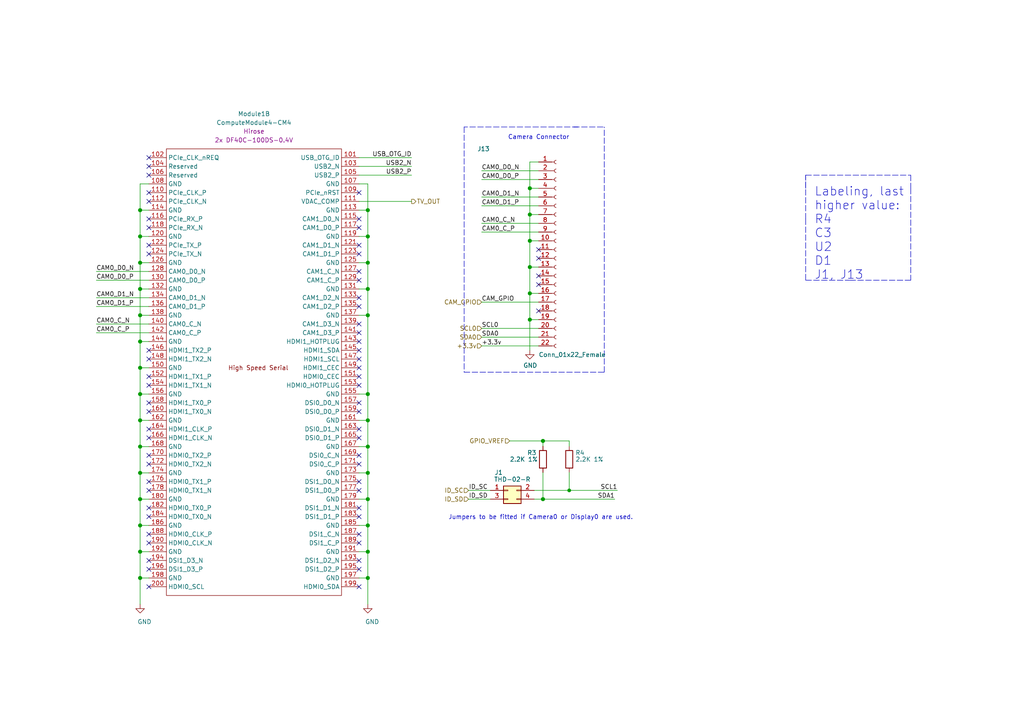
<source format=kicad_sch>
(kicad_sch (version 20210621) (generator eeschema)

  (uuid 3c38d539-525b-45d9-8b0c-4471cd7f19fc)

  (paper "A4")

  (title_block
    (title "Drone Compute Module 4 Base Carrier")
    (date "2021-10-05")
    (rev "v01")
    (comment 2 "creativecommons.org/licenses/by-sa/4.0")
    (comment 3 "License: CC BY-SA 4.0")
    (comment 4 "Author: Chase W. & Kaden T.")
  )

  (lib_symbols
    (symbol "CM4IO:ComputeModule4-CM4" (in_bom yes) (on_board yes)
      (property "Reference" "Module" (id 0) (at 113.03 -68.58 0)
        (effects (font (size 1.27 1.27)))
      )
      (property "Value" "ComputeModule4-CM4" (id 1) (at 140.97 2.54 0)
        (effects (font (size 1.27 1.27)))
      )
      (property "Footprint" "CM4IO:Raspberry-Pi-4-Compute-Module" (id 2) (at 142.24 -26.67 0)
        (effects (font (size 1.27 1.27)) hide)
      )
      (property "Datasheet" "" (id 3) (at 142.24 -26.67 0)
        (effects (font (size 1.27 1.27)) hide)
      )
      (property "Manufacturer" "Hirose" (id 4) (at 0 0 0)
        (effects (font (size 1.27 1.27)))
      )
      (property "MPN" "2x DF40C-100DS-0.4V" (id 5) (at 0 -2.54 0)
        (effects (font (size 1.27 1.27)))
      )
      (property "Digi-Key_PN" "2x H11615CT-ND" (id 6) (at 0 0 0)
        (effects (font (size 1.27 1.27)) hide)
      )
      (property "Digi-Key_PN (Alt)" "2x H124602CT-ND" (id 7) (at 0 0 0)
        (effects (font (size 1.27 1.27)) hide)
      )
      (property "MPN (Alt)" "2x DF40HC(3.0)-100DS-0.4V" (id 8) (at 0 0 0)
        (effects (font (size 1.27 1.27)))
      )
      (symbol "ComputeModule4-CM4_1_0"
        (text "GPIO" (at 0 6.35 0)
          (effects (font (size 1.27 1.27)))
        )
      )
      (symbol "ComputeModule4-CM4_1_1"
        (text "600mA Max" (at -8.89 -53.34 0)
          (effects (font (size 1.27 1.27)))
        )
        (text "600mA Max" (at -8.89 -48.26 0)
          (effects (font (size 1.27 1.27)))
        )
        (text "NB SD signals are only available" (at -1.27 -27.94 0)
          (effects (font (size 1.27 1.27)))
        )
        (text "on modules without eMMC" (at -1.27 -30.48 0)
          (effects (font (size 1.27 1.27)))
        )
        (rectangle (start -30.48 -71.12) (end 25.4 58.42)
          (stroke (width 0)) (fill (type none))
        )
        (pin power_in line (at 27.94 55.88 180) (length 2.54)
          (name "GND" (effects (font (size 1.27 1.27))))
          (number "1" (effects (font (size 1.27 1.27))))
        )
        (pin passive line (at -33.02 45.72 0) (length 2.54)
          (name "Ethernet_Pair0_N" (effects (font (size 1.27 1.27))))
          (number "10" (effects (font (size 1.27 1.27))))
        )
        (pin output line (at -33.02 -68.58 0) (length 2.54)
          (name "nEXTRST" (effects (font (size 1.27 1.27))))
          (number "100" (effects (font (size 1.27 1.27))))
        )
        (pin passive line (at 27.94 43.18 180) (length 2.54)
          (name "Ethernet_Pair2_P" (effects (font (size 1.27 1.27))))
          (number "11" (effects (font (size 1.27 1.27))))
        )
        (pin passive line (at -33.02 43.18 0) (length 2.54)
          (name "Ethernet_Pair0_P" (effects (font (size 1.27 1.27))))
          (number "12" (effects (font (size 1.27 1.27))))
        )
        (pin power_in line (at 27.94 40.64 180) (length 2.54)
          (name "GND" (effects (font (size 1.27 1.27))))
          (number "13" (effects (font (size 1.27 1.27))))
        )
        (pin power_in line (at -33.02 40.64 0) (length 2.54)
          (name "GND" (effects (font (size 1.27 1.27))))
          (number "14" (effects (font (size 1.27 1.27))))
        )
        (pin output line (at 27.94 38.1 180) (length 2.54)
          (name "Ethernet_nLED3(3.3v)" (effects (font (size 1.27 1.27))))
          (number "15" (effects (font (size 1.27 1.27))))
        )
        (pin input line (at -33.02 38.1 0) (length 2.54)
          (name "Ethernet_SYNC_IN(1.8v)" (effects (font (size 1.27 1.27))))
          (number "16" (effects (font (size 1.27 1.27))))
        )
        (pin output line (at 27.94 35.56 180) (length 2.54)
          (name "Ethernet_nLED2(3.3v)" (effects (font (size 1.27 1.27))))
          (number "17" (effects (font (size 1.27 1.27))))
        )
        (pin input line (at -33.02 35.56 0) (length 2.54)
          (name "Ethernet_SYNC_OUT(1.8v)" (effects (font (size 1.27 1.27))))
          (number "18" (effects (font (size 1.27 1.27))))
        )
        (pin output line (at 27.94 33.02 180) (length 2.54)
          (name "Ethernet_nLED1(3.3v)" (effects (font (size 1.27 1.27))))
          (number "19" (effects (font (size 1.27 1.27))))
        )
        (pin power_in line (at -33.02 55.88 0) (length 2.54)
          (name "GND" (effects (font (size 1.27 1.27))))
          (number "2" (effects (font (size 1.27 1.27))))
        )
        (pin passive line (at -33.02 33.02 0) (length 2.54)
          (name "EEPROM_nWP" (effects (font (size 1.27 1.27))))
          (number "20" (effects (font (size 1.27 1.27))))
        )
        (pin open_collector line (at 27.94 30.48 180) (length 2.54)
          (name "PI_nLED_Activity" (effects (font (size 1.27 1.27))))
          (number "21" (effects (font (size 1.27 1.27))))
        )
        (pin power_in line (at -33.02 30.48 0) (length 2.54)
          (name "GND" (effects (font (size 1.27 1.27))))
          (number "22" (effects (font (size 1.27 1.27))))
        )
        (pin power_in line (at 27.94 27.94 180) (length 2.54)
          (name "GND" (effects (font (size 1.27 1.27))))
          (number "23" (effects (font (size 1.27 1.27))))
        )
        (pin passive line (at -33.02 27.94 0) (length 2.54)
          (name "GPIO26" (effects (font (size 1.27 1.27))))
          (number "24" (effects (font (size 1.27 1.27))))
        )
        (pin passive line (at 27.94 25.4 180) (length 2.54)
          (name "GPIO21" (effects (font (size 1.27 1.27))))
          (number "25" (effects (font (size 1.27 1.27))))
        )
        (pin passive line (at -33.02 25.4 0) (length 2.54)
          (name "GPIO19" (effects (font (size 1.27 1.27))))
          (number "26" (effects (font (size 1.27 1.27))))
        )
        (pin passive line (at 27.94 22.86 180) (length 2.54)
          (name "GPIO20" (effects (font (size 1.27 1.27))))
          (number "27" (effects (font (size 1.27 1.27))))
        )
        (pin passive line (at -33.02 22.86 0) (length 2.54)
          (name "GPIO13" (effects (font (size 1.27 1.27))))
          (number "28" (effects (font (size 1.27 1.27))))
        )
        (pin passive line (at 27.94 20.32 180) (length 2.54)
          (name "GPIO16" (effects (font (size 1.27 1.27))))
          (number "29" (effects (font (size 1.27 1.27))))
        )
        (pin passive line (at 27.94 53.34 180) (length 2.54)
          (name "Ethernet_Pair3_P" (effects (font (size 1.27 1.27))))
          (number "3" (effects (font (size 1.27 1.27))))
        )
        (pin passive line (at -33.02 20.32 0) (length 2.54)
          (name "GPIO6" (effects (font (size 1.27 1.27))))
          (number "30" (effects (font (size 1.27 1.27))))
        )
        (pin passive line (at 27.94 17.78 180) (length 2.54)
          (name "GPIO12" (effects (font (size 1.27 1.27))))
          (number "31" (effects (font (size 1.27 1.27))))
        )
        (pin power_in line (at -33.02 17.78 0) (length 2.54)
          (name "GND" (effects (font (size 1.27 1.27))))
          (number "32" (effects (font (size 1.27 1.27))))
        )
        (pin power_in line (at 27.94 15.24 180) (length 2.54)
          (name "GND" (effects (font (size 1.27 1.27))))
          (number "33" (effects (font (size 1.27 1.27))))
        )
        (pin passive line (at -33.02 15.24 0) (length 2.54)
          (name "GPIO5" (effects (font (size 1.27 1.27))))
          (number "34" (effects (font (size 1.27 1.27))))
        )
        (pin passive line (at 27.94 12.7 180) (length 2.54)
          (name "ID_SC" (effects (font (size 1.27 1.27))))
          (number "35" (effects (font (size 1.27 1.27))))
        )
        (pin passive line (at -33.02 12.7 0) (length 2.54)
          (name "ID_SD" (effects (font (size 1.27 1.27))))
          (number "36" (effects (font (size 1.27 1.27))))
        )
        (pin passive line (at 27.94 10.16 180) (length 2.54)
          (name "GPIO7" (effects (font (size 1.27 1.27))))
          (number "37" (effects (font (size 1.27 1.27))))
        )
        (pin passive line (at -33.02 10.16 0) (length 2.54)
          (name "GPIO11" (effects (font (size 1.27 1.27))))
          (number "38" (effects (font (size 1.27 1.27))))
        )
        (pin passive line (at 27.94 7.62 180) (length 2.54)
          (name "GPIO8" (effects (font (size 1.27 1.27))))
          (number "39" (effects (font (size 1.27 1.27))))
        )
        (pin passive line (at -33.02 53.34 0) (length 2.54)
          (name "Ethernet_Pair1_P" (effects (font (size 1.27 1.27))))
          (number "4" (effects (font (size 1.27 1.27))))
        )
        (pin passive line (at -33.02 7.62 0) (length 2.54)
          (name "GPIO9" (effects (font (size 1.27 1.27))))
          (number "40" (effects (font (size 1.27 1.27))))
        )
        (pin passive line (at 27.94 5.08 180) (length 2.54)
          (name "GPIO25" (effects (font (size 1.27 1.27))))
          (number "41" (effects (font (size 1.27 1.27))))
        )
        (pin power_in line (at -33.02 5.08 0) (length 2.54)
          (name "GND" (effects (font (size 1.27 1.27))))
          (number "42" (effects (font (size 1.27 1.27))))
        )
        (pin power_in line (at 27.94 2.54 180) (length 2.54)
          (name "GND" (effects (font (size 1.27 1.27))))
          (number "43" (effects (font (size 1.27 1.27))))
        )
        (pin passive line (at -33.02 2.54 0) (length 2.54)
          (name "GPIO10" (effects (font (size 1.27 1.27))))
          (number "44" (effects (font (size 1.27 1.27))))
        )
        (pin passive line (at 27.94 0 180) (length 2.54)
          (name "GPIO24" (effects (font (size 1.27 1.27))))
          (number "45" (effects (font (size 1.27 1.27))))
        )
        (pin passive line (at -33.02 0 0) (length 2.54)
          (name "GPIO22" (effects (font (size 1.27 1.27))))
          (number "46" (effects (font (size 1.27 1.27))))
        )
        (pin passive line (at 27.94 -2.54 180) (length 2.54)
          (name "GPIO23" (effects (font (size 1.27 1.27))))
          (number "47" (effects (font (size 1.27 1.27))))
        )
        (pin passive line (at -33.02 -2.54 0) (length 2.54)
          (name "GPIO27" (effects (font (size 1.27 1.27))))
          (number "48" (effects (font (size 1.27 1.27))))
        )
        (pin passive line (at 27.94 -5.08 180) (length 2.54)
          (name "GPIO18" (effects (font (size 1.27 1.27))))
          (number "49" (effects (font (size 1.27 1.27))))
        )
        (pin passive line (at 27.94 50.8 180) (length 2.54)
          (name "Ethernet_Pair3_N" (effects (font (size 1.27 1.27))))
          (number "5" (effects (font (size 1.27 1.27))))
        )
        (pin passive line (at -33.02 -5.08 0) (length 2.54)
          (name "GPIO17" (effects (font (size 1.27 1.27))))
          (number "50" (effects (font (size 1.27 1.27))))
        )
        (pin passive line (at 27.94 -7.62 180) (length 2.54)
          (name "GPIO15" (effects (font (size 1.27 1.27))))
          (number "51" (effects (font (size 1.27 1.27))))
        )
        (pin power_in line (at -33.02 -7.62 0) (length 2.54)
          (name "GND" (effects (font (size 1.27 1.27))))
          (number "52" (effects (font (size 1.27 1.27))))
        )
        (pin power_in line (at 27.94 -10.16 180) (length 2.54)
          (name "GND" (effects (font (size 1.27 1.27))))
          (number "53" (effects (font (size 1.27 1.27))))
        )
        (pin passive line (at -33.02 -10.16 0) (length 2.54)
          (name "GPIO4" (effects (font (size 1.27 1.27))))
          (number "54" (effects (font (size 1.27 1.27))))
        )
        (pin passive line (at 27.94 -12.7 180) (length 2.54)
          (name "GPIO14" (effects (font (size 1.27 1.27))))
          (number "55" (effects (font (size 1.27 1.27))))
        )
        (pin passive line (at -33.02 -12.7 0) (length 2.54)
          (name "GPIO3" (effects (font (size 1.27 1.27))))
          (number "56" (effects (font (size 1.27 1.27))))
        )
        (pin passive line (at 27.94 -15.24 180) (length 2.54)
          (name "SD_CLK" (effects (font (size 1.27 1.27))))
          (number "57" (effects (font (size 1.27 1.27))))
        )
        (pin passive line (at -33.02 -15.24 0) (length 2.54)
          (name "GPIO2" (effects (font (size 1.27 1.27))))
          (number "58" (effects (font (size 1.27 1.27))))
        )
        (pin power_in line (at 27.94 -17.78 180) (length 2.54)
          (name "GND" (effects (font (size 1.27 1.27))))
          (number "59" (effects (font (size 1.27 1.27))))
        )
        (pin passive line (at -33.02 50.8 0) (length 2.54)
          (name "Ethernet_Pair1_N" (effects (font (size 1.27 1.27))))
          (number "6" (effects (font (size 1.27 1.27))))
        )
        (pin power_in line (at -33.02 -17.78 0) (length 2.54)
          (name "GND" (effects (font (size 1.27 1.27))))
          (number "60" (effects (font (size 1.27 1.27))))
        )
        (pin passive line (at 27.94 -20.32 180) (length 2.54)
          (name "SD_DAT3" (effects (font (size 1.27 1.27))))
          (number "61" (effects (font (size 1.27 1.27))))
        )
        (pin passive line (at -33.02 -20.32 0) (length 2.54)
          (name "SD_CMD" (effects (font (size 1.27 1.27))))
          (number "62" (effects (font (size 1.27 1.27))))
        )
        (pin passive line (at 27.94 -22.86 180) (length 2.54)
          (name "SD_DAT0" (effects (font (size 1.27 1.27))))
          (number "63" (effects (font (size 1.27 1.27))))
        )
        (pin passive line (at -33.02 -22.86 0) (length 2.54)
          (name "SD_DAT5" (effects (font (size 1.27 1.27))))
          (number "64" (effects (font (size 1.27 1.27))))
        )
        (pin power_in line (at 27.94 -25.4 180) (length 2.54)
          (name "GND" (effects (font (size 1.27 1.27))))
          (number "65" (effects (font (size 1.27 1.27))))
        )
        (pin power_in line (at -33.02 -25.4 0) (length 2.54)
          (name "GND" (effects (font (size 1.27 1.27))))
          (number "66" (effects (font (size 1.27 1.27))))
        )
        (pin passive line (at 27.94 -27.94 180) (length 2.54)
          (name "SD_DAT1" (effects (font (size 1.27 1.27))))
          (number "67" (effects (font (size 1.27 1.27))))
        )
        (pin passive line (at -33.02 -27.94 0) (length 2.54)
          (name "SD_DAT4" (effects (font (size 1.27 1.27))))
          (number "68" (effects (font (size 1.27 1.27))))
        )
        (pin passive line (at 27.94 -30.48 180) (length 2.54)
          (name "SD_DAT2" (effects (font (size 1.27 1.27))))
          (number "69" (effects (font (size 1.27 1.27))))
        )
        (pin power_in line (at 27.94 48.26 180) (length 2.54)
          (name "GND" (effects (font (size 1.27 1.27))))
          (number "7" (effects (font (size 1.27 1.27))))
        )
        (pin passive line (at -33.02 -30.48 0) (length 2.54)
          (name "SD_DAT7" (effects (font (size 1.27 1.27))))
          (number "70" (effects (font (size 1.27 1.27))))
        )
        (pin power_in line (at 27.94 -33.02 180) (length 2.54)
          (name "GND" (effects (font (size 1.27 1.27))))
          (number "71" (effects (font (size 1.27 1.27))))
        )
        (pin passive line (at -33.02 -33.02 0) (length 2.54)
          (name "SD_DAT6" (effects (font (size 1.27 1.27))))
          (number "72" (effects (font (size 1.27 1.27))))
        )
        (pin input line (at 27.94 -35.56 180) (length 2.54)
          (name "SD_VDD_Override" (effects (font (size 1.27 1.27))))
          (number "73" (effects (font (size 1.27 1.27))))
        )
        (pin power_in line (at -33.02 -35.56 0) (length 2.54)
          (name "GND" (effects (font (size 1.27 1.27))))
          (number "74" (effects (font (size 1.27 1.27))))
        )
        (pin output line (at 27.94 -38.1 180) (length 2.54)
          (name "SD_PWR_ON" (effects (font (size 1.27 1.27))))
          (number "75" (effects (font (size 1.27 1.27))))
        )
        (pin passive line (at -33.02 -38.1 0) (length 2.54)
          (name "Reserved" (effects (font (size 1.27 1.27))))
          (number "76" (effects (font (size 1.27 1.27))))
        )
        (pin power_in line (at 27.94 -40.64 180) (length 2.54)
          (name "+5v_(Input)" (effects (font (size 1.27 1.27))))
          (number "77" (effects (font (size 1.27 1.27))))
        )
        (pin power_in line (at -33.02 -40.64 0) (length 2.54)
          (name "GPIO_VREF(1.8v/3.3v_Input)" (effects (font (size 1.27 1.27))))
          (number "78" (effects (font (size 1.27 1.27))))
        )
        (pin power_in line (at 27.94 -43.18 180) (length 2.54)
          (name "+5v_(Input)" (effects (font (size 1.27 1.27))))
          (number "79" (effects (font (size 1.27 1.27))))
        )
        (pin power_in line (at -33.02 48.26 0) (length 2.54)
          (name "GND" (effects (font (size 1.27 1.27))))
          (number "8" (effects (font (size 1.27 1.27))))
        )
        (pin passive line (at -33.02 -43.18 0) (length 2.54)
          (name "SCL0" (effects (font (size 1.27 1.27))))
          (number "80" (effects (font (size 1.27 1.27))))
        )
        (pin power_in line (at 27.94 -45.72 180) (length 2.54)
          (name "+5v_(Input)" (effects (font (size 1.27 1.27))))
          (number "81" (effects (font (size 1.27 1.27))))
        )
        (pin passive line (at -33.02 -45.72 0) (length 2.54)
          (name "SDA0" (effects (font (size 1.27 1.27))))
          (number "82" (effects (font (size 1.27 1.27))))
        )
        (pin power_in line (at 27.94 -48.26 180) (length 2.54)
          (name "+5v_(Input)" (effects (font (size 1.27 1.27))))
          (number "83" (effects (font (size 1.27 1.27))))
        )
        (pin power_out line (at -33.02 -48.26 0) (length 2.54)
          (name "+3.3v_(Output)" (effects (font (size 1.27 1.27))))
          (number "84" (effects (font (size 1.27 1.27))))
        )
        (pin power_in line (at 27.94 -50.8 180) (length 2.54)
          (name "+5v_(Input)" (effects (font (size 1.27 1.27))))
          (number "85" (effects (font (size 1.27 1.27))))
        )
        (pin power_out line (at -33.02 -50.8 0) (length 2.54)
          (name "+3.3v_(Output)" (effects (font (size 1.27 1.27))))
          (number "86" (effects (font (size 1.27 1.27))))
        )
        (pin power_in line (at 27.94 -53.34 180) (length 2.54)
          (name "+5v_(Input)" (effects (font (size 1.27 1.27))))
          (number "87" (effects (font (size 1.27 1.27))))
        )
        (pin power_out line (at -33.02 -53.34 0) (length 2.54)
          (name "+1.8v_(Output)" (effects (font (size 1.27 1.27))))
          (number "88" (effects (font (size 1.27 1.27))))
        )
        (pin power_in line (at 27.94 -55.88 180) (length 2.54)
          (name "WiFi_nDisable" (effects (font (size 1.27 1.27))))
          (number "89" (effects (font (size 1.27 1.27))))
        )
        (pin passive line (at 27.94 45.72 180) (length 2.54)
          (name "Ethernet_Pair2_N" (effects (font (size 1.27 1.27))))
          (number "9" (effects (font (size 1.27 1.27))))
        )
        (pin power_out line (at -33.02 -55.88 0) (length 2.54)
          (name "+1.8v_(Output)" (effects (font (size 1.27 1.27))))
          (number "90" (effects (font (size 1.27 1.27))))
        )
        (pin power_in line (at 27.94 -58.42 180) (length 2.54)
          (name "BT_nDisable" (effects (font (size 1.27 1.27))))
          (number "91" (effects (font (size 1.27 1.27))))
        )
        (pin passive line (at -33.02 -58.42 0) (length 2.54)
          (name "RUN_PG" (effects (font (size 1.27 1.27))))
          (number "92" (effects (font (size 1.27 1.27))))
        )
        (pin input line (at 27.94 -60.96 180) (length 2.54)
          (name "nRPIBOOT" (effects (font (size 1.27 1.27))))
          (number "93" (effects (font (size 1.27 1.27))))
        )
        (pin passive line (at -33.02 -60.96 0) (length 2.54)
          (name "AnalogIP0" (effects (font (size 1.27 1.27))))
          (number "94" (effects (font (size 1.27 1.27))))
        )
        (pin output line (at 27.94 -63.5 180) (length 2.54)
          (name "nPI_LED_PWR" (effects (font (size 1.27 1.27))))
          (number "95" (effects (font (size 1.27 1.27))))
        )
        (pin passive line (at -33.02 -63.5 0) (length 2.54)
          (name "AnalogIP1" (effects (font (size 1.27 1.27))))
          (number "96" (effects (font (size 1.27 1.27))))
        )
        (pin passive line (at 27.94 -66.04 180) (length 2.54)
          (name "Camera_GPIO" (effects (font (size 1.27 1.27))))
          (number "97" (effects (font (size 1.27 1.27))))
        )
        (pin power_in line (at -33.02 -66.04 0) (length 2.54)
          (name "GND" (effects (font (size 1.27 1.27))))
          (number "98" (effects (font (size 1.27 1.27))))
        )
        (pin input line (at 27.94 -68.58 180) (length 2.54)
          (name "Global_EN" (effects (font (size 1.27 1.27))))
          (number "99" (effects (font (size 1.27 1.27))))
        )
      )
      (symbol "ComputeModule4-CM4_2_1"
        (text "High Speed Serial" (at 140.97 0 0)
          (effects (font (size 1.27 1.27)))
        )
        (rectangle (start 114.3 -66.04) (end 165.1 63.5)
          (stroke (width 0)) (fill (type none))
        )
        (pin input line (at 170.18 60.96 180) (length 5.08)
          (name "USB_OTG_ID" (effects (font (size 1.27 1.27))))
          (number "101" (effects (font (size 1.27 1.27))))
        )
        (pin input line (at 109.22 60.96 0) (length 5.08)
          (name "PCIe_CLK_nREQ" (effects (font (size 1.27 1.27))))
          (number "102" (effects (font (size 1.27 1.27))))
        )
        (pin passive line (at 170.18 58.42 180) (length 5.08)
          (name "USB2_N" (effects (font (size 1.27 1.27))))
          (number "103" (effects (font (size 1.27 1.27))))
        )
        (pin passive line (at 109.22 58.42 0) (length 5.08)
          (name "Reserved" (effects (font (size 1.27 1.27))))
          (number "104" (effects (font (size 1.27 1.27))))
        )
        (pin passive line (at 170.18 55.88 180) (length 5.08)
          (name "USB2_P" (effects (font (size 1.27 1.27))))
          (number "105" (effects (font (size 1.27 1.27))))
        )
        (pin passive line (at 109.22 55.88 0) (length 5.08)
          (name "Reserved" (effects (font (size 1.27 1.27))))
          (number "106" (effects (font (size 1.27 1.27))))
        )
        (pin power_in line (at 170.18 53.34 180) (length 5.08)
          (name "GND" (effects (font (size 1.27 1.27))))
          (number "107" (effects (font (size 1.27 1.27))))
        )
        (pin power_in line (at 109.22 53.34 0) (length 5.08)
          (name "GND" (effects (font (size 1.27 1.27))))
          (number "108" (effects (font (size 1.27 1.27))))
        )
        (pin bidirectional line (at 170.18 50.8 180) (length 5.08)
          (name "PCIe_nRST" (effects (font (size 1.27 1.27))))
          (number "109" (effects (font (size 1.27 1.27))))
        )
        (pin output line (at 109.22 50.8 0) (length 5.08)
          (name "PCIe_CLK_P" (effects (font (size 1.27 1.27))))
          (number "110" (effects (font (size 1.27 1.27))))
        )
        (pin passive line (at 170.18 48.26 180) (length 5.08)
          (name "VDAC_COMP" (effects (font (size 1.27 1.27))))
          (number "111" (effects (font (size 1.27 1.27))))
        )
        (pin output line (at 109.22 48.26 0) (length 5.08)
          (name "PCIe_CLK_N" (effects (font (size 1.27 1.27))))
          (number "112" (effects (font (size 1.27 1.27))))
        )
        (pin power_in line (at 170.18 45.72 180) (length 5.08)
          (name "GND" (effects (font (size 1.27 1.27))))
          (number "113" (effects (font (size 1.27 1.27))))
        )
        (pin power_in line (at 109.22 45.72 0) (length 5.08)
          (name "GND" (effects (font (size 1.27 1.27))))
          (number "114" (effects (font (size 1.27 1.27))))
        )
        (pin input line (at 170.18 43.18 180) (length 5.08)
          (name "CAM1_D0_N" (effects (font (size 1.27 1.27))))
          (number "115" (effects (font (size 1.27 1.27))))
        )
        (pin input line (at 109.22 43.18 0) (length 5.08)
          (name "PCIe_RX_P" (effects (font (size 1.27 1.27))))
          (number "116" (effects (font (size 1.27 1.27))))
        )
        (pin input line (at 170.18 40.64 180) (length 5.08)
          (name "CAM1_D0_P" (effects (font (size 1.27 1.27))))
          (number "117" (effects (font (size 1.27 1.27))))
        )
        (pin input line (at 109.22 40.64 0) (length 5.08)
          (name "PCIe_RX_N" (effects (font (size 1.27 1.27))))
          (number "118" (effects (font (size 1.27 1.27))))
        )
        (pin power_in line (at 170.18 38.1 180) (length 5.08)
          (name "GND" (effects (font (size 1.27 1.27))))
          (number "119" (effects (font (size 1.27 1.27))))
        )
        (pin power_in line (at 109.22 38.1 0) (length 5.08)
          (name "GND" (effects (font (size 1.27 1.27))))
          (number "120" (effects (font (size 1.27 1.27))))
        )
        (pin input line (at 170.18 35.56 180) (length 5.08)
          (name "CAM1_D1_N" (effects (font (size 1.27 1.27))))
          (number "121" (effects (font (size 1.27 1.27))))
        )
        (pin output line (at 109.22 35.56 0) (length 5.08)
          (name "PCIe_TX_P" (effects (font (size 1.27 1.27))))
          (number "122" (effects (font (size 1.27 1.27))))
        )
        (pin input line (at 170.18 33.02 180) (length 5.08)
          (name "CAM1_D1_P" (effects (font (size 1.27 1.27))))
          (number "123" (effects (font (size 1.27 1.27))))
        )
        (pin output line (at 109.22 33.02 0) (length 5.08)
          (name "PCIe_TX_N" (effects (font (size 1.27 1.27))))
          (number "124" (effects (font (size 1.27 1.27))))
        )
        (pin power_in line (at 170.18 30.48 180) (length 5.08)
          (name "GND" (effects (font (size 1.27 1.27))))
          (number "125" (effects (font (size 1.27 1.27))))
        )
        (pin power_in line (at 109.22 30.48 0) (length 5.08)
          (name "GND" (effects (font (size 1.27 1.27))))
          (number "126" (effects (font (size 1.27 1.27))))
        )
        (pin input line (at 170.18 27.94 180) (length 5.08)
          (name "CAM1_C_N" (effects (font (size 1.27 1.27))))
          (number "127" (effects (font (size 1.27 1.27))))
        )
        (pin input line (at 109.22 27.94 0) (length 5.08)
          (name "CAM0_D0_N" (effects (font (size 1.27 1.27))))
          (number "128" (effects (font (size 1.27 1.27))))
        )
        (pin input line (at 170.18 25.4 180) (length 5.08)
          (name "CAM1_C_P" (effects (font (size 1.27 1.27))))
          (number "129" (effects (font (size 1.27 1.27))))
        )
        (pin input line (at 109.22 25.4 0) (length 5.08)
          (name "CAM0_D0_P" (effects (font (size 1.27 1.27))))
          (number "130" (effects (font (size 1.27 1.27))))
        )
        (pin power_in line (at 170.18 22.86 180) (length 5.08)
          (name "GND" (effects (font (size 1.27 1.27))))
          (number "131" (effects (font (size 1.27 1.27))))
        )
        (pin power_in line (at 109.22 22.86 0) (length 5.08)
          (name "GND" (effects (font (size 1.27 1.27))))
          (number "132" (effects (font (size 1.27 1.27))))
        )
        (pin input line (at 170.18 20.32 180) (length 5.08)
          (name "CAM1_D2_N" (effects (font (size 1.27 1.27))))
          (number "133" (effects (font (size 1.27 1.27))))
        )
        (pin input line (at 109.22 20.32 0) (length 5.08)
          (name "CAM0_D1_N" (effects (font (size 1.27 1.27))))
          (number "134" (effects (font (size 1.27 1.27))))
        )
        (pin input line (at 170.18 17.78 180) (length 5.08)
          (name "CAM1_D2_P" (effects (font (size 1.27 1.27))))
          (number "135" (effects (font (size 1.27 1.27))))
        )
        (pin input line (at 109.22 17.78 0) (length 5.08)
          (name "CAM0_D1_P" (effects (font (size 1.27 1.27))))
          (number "136" (effects (font (size 1.27 1.27))))
        )
        (pin power_in line (at 170.18 15.24 180) (length 5.08)
          (name "GND" (effects (font (size 1.27 1.27))))
          (number "137" (effects (font (size 1.27 1.27))))
        )
        (pin power_in line (at 109.22 15.24 0) (length 5.08)
          (name "GND" (effects (font (size 1.27 1.27))))
          (number "138" (effects (font (size 1.27 1.27))))
        )
        (pin input line (at 170.18 12.7 180) (length 5.08)
          (name "CAM1_D3_N" (effects (font (size 1.27 1.27))))
          (number "139" (effects (font (size 1.27 1.27))))
        )
        (pin input line (at 109.22 12.7 0) (length 5.08)
          (name "CAM0_C_N" (effects (font (size 1.27 1.27))))
          (number "140" (effects (font (size 1.27 1.27))))
        )
        (pin input line (at 170.18 10.16 180) (length 5.08)
          (name "CAM1_D3_P" (effects (font (size 1.27 1.27))))
          (number "141" (effects (font (size 1.27 1.27))))
        )
        (pin input line (at 109.22 10.16 0) (length 5.08)
          (name "CAM0_C_P" (effects (font (size 1.27 1.27))))
          (number "142" (effects (font (size 1.27 1.27))))
        )
        (pin input line (at 170.18 7.62 180) (length 5.08)
          (name "HDMI1_HOTPLUG" (effects (font (size 1.27 1.27))))
          (number "143" (effects (font (size 1.27 1.27))))
        )
        (pin power_in line (at 109.22 7.62 0) (length 5.08)
          (name "GND" (effects (font (size 1.27 1.27))))
          (number "144" (effects (font (size 1.27 1.27))))
        )
        (pin bidirectional line (at 170.18 5.08 180) (length 5.08)
          (name "HDMI1_SDA" (effects (font (size 1.27 1.27))))
          (number "145" (effects (font (size 1.27 1.27))))
        )
        (pin output line (at 109.22 5.08 0) (length 5.08)
          (name "HDMI1_TX2_P" (effects (font (size 1.27 1.27))))
          (number "146" (effects (font (size 1.27 1.27))))
        )
        (pin open_collector line (at 170.18 2.54 180) (length 5.08)
          (name "HDMI1_SCL" (effects (font (size 1.27 1.27))))
          (number "147" (effects (font (size 1.27 1.27))))
        )
        (pin output line (at 109.22 2.54 0) (length 5.08)
          (name "HDMI1_TX2_N" (effects (font (size 1.27 1.27))))
          (number "148" (effects (font (size 1.27 1.27))))
        )
        (pin open_collector line (at 170.18 0 180) (length 5.08)
          (name "HDMI1_CEC" (effects (font (size 1.27 1.27))))
          (number "149" (effects (font (size 1.27 1.27))))
        )
        (pin power_in line (at 109.22 0 0) (length 5.08)
          (name "GND" (effects (font (size 1.27 1.27))))
          (number "150" (effects (font (size 1.27 1.27))))
        )
        (pin open_collector line (at 170.18 -2.54 180) (length 5.08)
          (name "HDMI0_CEC" (effects (font (size 1.27 1.27))))
          (number "151" (effects (font (size 1.27 1.27))))
        )
        (pin output line (at 109.22 -2.54 0) (length 5.08)
          (name "HDMI1_TX1_P" (effects (font (size 1.27 1.27))))
          (number "152" (effects (font (size 1.27 1.27))))
        )
        (pin input line (at 170.18 -5.08 180) (length 5.08)
          (name "HDMI0_HOTPLUG" (effects (font (size 1.27 1.27))))
          (number "153" (effects (font (size 1.27 1.27))))
        )
        (pin output line (at 109.22 -5.08 0) (length 5.08)
          (name "HDMI1_TX1_N" (effects (font (size 1.27 1.27))))
          (number "154" (effects (font (size 1.27 1.27))))
        )
        (pin power_in line (at 170.18 -7.62 180) (length 5.08)
          (name "GND" (effects (font (size 1.27 1.27))))
          (number "155" (effects (font (size 1.27 1.27))))
        )
        (pin power_in line (at 109.22 -7.62 0) (length 5.08)
          (name "GND" (effects (font (size 1.27 1.27))))
          (number "156" (effects (font (size 1.27 1.27))))
        )
        (pin output line (at 170.18 -10.16 180) (length 5.08)
          (name "DSI0_D0_N" (effects (font (size 1.27 1.27))))
          (number "157" (effects (font (size 1.27 1.27))))
        )
        (pin output line (at 109.22 -10.16 0) (length 5.08)
          (name "HDMI1_TX0_P" (effects (font (size 1.27 1.27))))
          (number "158" (effects (font (size 1.27 1.27))))
        )
        (pin output line (at 170.18 -12.7 180) (length 5.08)
          (name "DSI0_D0_P" (effects (font (size 1.27 1.27))))
          (number "159" (effects (font (size 1.27 1.27))))
        )
        (pin output line (at 109.22 -12.7 0) (length 5.08)
          (name "HDMI1_TX0_N" (effects (font (size 1.27 1.27))))
          (number "160" (effects (font (size 1.27 1.27))))
        )
        (pin power_in line (at 170.18 -15.24 180) (length 5.08)
          (name "GND" (effects (font (size 1.27 1.27))))
          (number "161" (effects (font (size 1.27 1.27))))
        )
        (pin power_in line (at 109.22 -15.24 0) (length 5.08)
          (name "GND" (effects (font (size 1.27 1.27))))
          (number "162" (effects (font (size 1.27 1.27))))
        )
        (pin output line (at 170.18 -17.78 180) (length 5.08)
          (name "DSI0_D1_N" (effects (font (size 1.27 1.27))))
          (number "163" (effects (font (size 1.27 1.27))))
        )
        (pin output line (at 109.22 -17.78 0) (length 5.08)
          (name "HDMI1_CLK_P" (effects (font (size 1.27 1.27))))
          (number "164" (effects (font (size 1.27 1.27))))
        )
        (pin output line (at 170.18 -20.32 180) (length 5.08)
          (name "DSI0_D1_P" (effects (font (size 1.27 1.27))))
          (number "165" (effects (font (size 1.27 1.27))))
        )
        (pin output line (at 109.22 -20.32 0) (length 5.08)
          (name "HDMI1_CLK_N" (effects (font (size 1.27 1.27))))
          (number "166" (effects (font (size 1.27 1.27))))
        )
        (pin power_in line (at 170.18 -22.86 180) (length 5.08)
          (name "GND" (effects (font (size 1.27 1.27))))
          (number "167" (effects (font (size 1.27 1.27))))
        )
        (pin power_in line (at 109.22 -22.86 0) (length 5.08)
          (name "GND" (effects (font (size 1.27 1.27))))
          (number "168" (effects (font (size 1.27 1.27))))
        )
        (pin output line (at 170.18 -25.4 180) (length 5.08)
          (name "DSI0_C_N" (effects (font (size 1.27 1.27))))
          (number "169" (effects (font (size 1.27 1.27))))
        )
        (pin output line (at 109.22 -25.4 0) (length 5.08)
          (name "HDMI0_TX2_P" (effects (font (size 1.27 1.27))))
          (number "170" (effects (font (size 1.27 1.27))))
        )
        (pin output line (at 170.18 -27.94 180) (length 5.08)
          (name "DSI0_C_P" (effects (font (size 1.27 1.27))))
          (number "171" (effects (font (size 1.27 1.27))))
        )
        (pin output line (at 109.22 -27.94 0) (length 5.08)
          (name "HDMI0_TX2_N" (effects (font (size 1.27 1.27))))
          (number "172" (effects (font (size 1.27 1.27))))
        )
        (pin power_in line (at 170.18 -30.48 180) (length 5.08)
          (name "GND" (effects (font (size 1.27 1.27))))
          (number "173" (effects (font (size 1.27 1.27))))
        )
        (pin power_in line (at 109.22 -30.48 0) (length 5.08)
          (name "GND" (effects (font (size 1.27 1.27))))
          (number "174" (effects (font (size 1.27 1.27))))
        )
        (pin output line (at 170.18 -33.02 180) (length 5.08)
          (name "DSI1_D0_N" (effects (font (size 1.27 1.27))))
          (number "175" (effects (font (size 1.27 1.27))))
        )
        (pin output line (at 109.22 -33.02 0) (length 5.08)
          (name "HDMI0_TX1_P" (effects (font (size 1.27 1.27))))
          (number "176" (effects (font (size 1.27 1.27))))
        )
        (pin output line (at 170.18 -35.56 180) (length 5.08)
          (name "DSI1_D0_P" (effects (font (size 1.27 1.27))))
          (number "177" (effects (font (size 1.27 1.27))))
        )
        (pin output line (at 109.22 -35.56 0) (length 5.08)
          (name "HDMI0_TX1_N" (effects (font (size 1.27 1.27))))
          (number "178" (effects (font (size 1.27 1.27))))
        )
        (pin power_in line (at 170.18 -38.1 180) (length 5.08)
          (name "GND" (effects (font (size 1.27 1.27))))
          (number "179" (effects (font (size 1.27 1.27))))
        )
        (pin power_in line (at 109.22 -38.1 0) (length 5.08)
          (name "GND" (effects (font (size 1.27 1.27))))
          (number "180" (effects (font (size 1.27 1.27))))
        )
        (pin output line (at 170.18 -40.64 180) (length 5.08)
          (name "DSI1_D1_N" (effects (font (size 1.27 1.27))))
          (number "181" (effects (font (size 1.27 1.27))))
        )
        (pin output line (at 109.22 -40.64 0) (length 5.08)
          (name "HDMI0_TX0_P" (effects (font (size 1.27 1.27))))
          (number "182" (effects (font (size 1.27 1.27))))
        )
        (pin output line (at 170.18 -43.18 180) (length 5.08)
          (name "DSI1_D1_P" (effects (font (size 1.27 1.27))))
          (number "183" (effects (font (size 1.27 1.27))))
        )
        (pin output line (at 109.22 -43.18 0) (length 5.08)
          (name "HDMI0_TX0_N" (effects (font (size 1.27 1.27))))
          (number "184" (effects (font (size 1.27 1.27))))
        )
        (pin power_in line (at 170.18 -45.72 180) (length 5.08)
          (name "GND" (effects (font (size 1.27 1.27))))
          (number "185" (effects (font (size 1.27 1.27))))
        )
        (pin power_in line (at 109.22 -45.72 0) (length 5.08)
          (name "GND" (effects (font (size 1.27 1.27))))
          (number "186" (effects (font (size 1.27 1.27))))
        )
        (pin output line (at 170.18 -48.26 180) (length 5.08)
          (name "DSI1_C_N" (effects (font (size 1.27 1.27))))
          (number "187" (effects (font (size 1.27 1.27))))
        )
        (pin output line (at 109.22 -48.26 0) (length 5.08)
          (name "HDMI0_CLK_P" (effects (font (size 1.27 1.27))))
          (number "188" (effects (font (size 1.27 1.27))))
        )
        (pin output line (at 170.18 -50.8 180) (length 5.08)
          (name "DSI1_C_P" (effects (font (size 1.27 1.27))))
          (number "189" (effects (font (size 1.27 1.27))))
        )
        (pin output line (at 109.22 -50.8 0) (length 5.08)
          (name "HDMI0_CLK_N" (effects (font (size 1.27 1.27))))
          (number "190" (effects (font (size 1.27 1.27))))
        )
        (pin power_in line (at 170.18 -53.34 180) (length 5.08)
          (name "GND" (effects (font (size 1.27 1.27))))
          (number "191" (effects (font (size 1.27 1.27))))
        )
        (pin power_in line (at 109.22 -53.34 0) (length 5.08)
          (name "GND" (effects (font (size 1.27 1.27))))
          (number "192" (effects (font (size 1.27 1.27))))
        )
        (pin output line (at 170.18 -55.88 180) (length 5.08)
          (name "DSI1_D2_N" (effects (font (size 1.27 1.27))))
          (number "193" (effects (font (size 1.27 1.27))))
        )
        (pin output line (at 109.22 -55.88 0) (length 5.08)
          (name "DSI1_D3_N" (effects (font (size 1.27 1.27))))
          (number "194" (effects (font (size 1.27 1.27))))
        )
        (pin output line (at 170.18 -58.42 180) (length 5.08)
          (name "DSI1_D2_P" (effects (font (size 1.27 1.27))))
          (number "195" (effects (font (size 1.27 1.27))))
        )
        (pin output line (at 109.22 -58.42 0) (length 5.08)
          (name "DSI1_D3_P" (effects (font (size 1.27 1.27))))
          (number "196" (effects (font (size 1.27 1.27))))
        )
        (pin power_in line (at 170.18 -60.96 180) (length 5.08)
          (name "GND" (effects (font (size 1.27 1.27))))
          (number "197" (effects (font (size 1.27 1.27))))
        )
        (pin power_in line (at 109.22 -60.96 0) (length 5.08)
          (name "GND" (effects (font (size 1.27 1.27))))
          (number "198" (effects (font (size 1.27 1.27))))
        )
        (pin bidirectional line (at 170.18 -63.5 180) (length 5.08)
          (name "HDMI0_SDA" (effects (font (size 1.27 1.27))))
          (number "199" (effects (font (size 1.27 1.27))))
        )
        (pin open_collector line (at 109.22 -63.5 0) (length 5.08)
          (name "HDMI0_SCL" (effects (font (size 1.27 1.27))))
          (number "200" (effects (font (size 1.27 1.27))))
        )
      )
    )
    (symbol "Connector:Conn_01x22_Female" (pin_names hide) (in_bom yes) (on_board yes)
      (property "Reference" "J" (id 0) (at 0 27.94 0)
        (effects (font (size 1.27 1.27)))
      )
      (property "Value" "Conn_01x22_Female" (id 1) (at 0 -30.48 0)
        (effects (font (size 1.27 1.27)))
      )
      (property "Footprint" "" (id 2) (at 0 0 0)
        (effects (font (size 1.27 1.27)) hide)
      )
      (property "Datasheet" "~" (id 3) (at 0 0 0)
        (effects (font (size 1.27 1.27)) hide)
      )
      (property "ki_keywords" "connector" (id 4) (at 0 0 0)
        (effects (font (size 1.27 1.27)) hide)
      )
      (property "ki_description" "Generic connector, single row, 01x22, script generated (kicad-library-utils/schlib/autogen/connector/)" (id 5) (at 0 0 0)
        (effects (font (size 1.27 1.27)) hide)
      )
      (property "ki_fp_filters" "Connector*:*_1x??_*" (id 6) (at 0 0 0)
        (effects (font (size 1.27 1.27)) hide)
      )
      (symbol "Conn_01x22_Female_1_1"
        (arc (start 0 -27.432) (end 0 -28.448) (radius (at 0 -27.94) (length 0.508) (angles 90.1 -90.1))
          (stroke (width 0)) (fill (type none))
        )
        (arc (start 0 -24.892) (end 0 -25.908) (radius (at 0 -25.4) (length 0.508) (angles 90.1 -90.1))
          (stroke (width 0)) (fill (type none))
        )
        (arc (start 0 -22.352) (end 0 -23.368) (radius (at 0 -22.86) (length 0.508) (angles 90.1 -90.1))
          (stroke (width 0)) (fill (type none))
        )
        (arc (start 0 -19.812) (end 0 -20.828) (radius (at 0 -20.32) (length 0.508) (angles 90.1 -90.1))
          (stroke (width 0)) (fill (type none))
        )
        (arc (start 0 -17.272) (end 0 -18.288) (radius (at 0 -17.78) (length 0.508) (angles 90.1 -90.1))
          (stroke (width 0)) (fill (type none))
        )
        (arc (start 0 -14.732) (end 0 -15.748) (radius (at 0 -15.24) (length 0.508) (angles 90.1 -90.1))
          (stroke (width 0)) (fill (type none))
        )
        (arc (start 0 -12.192) (end 0 -13.208) (radius (at 0 -12.7) (length 0.508) (angles 90.1 -90.1))
          (stroke (width 0)) (fill (type none))
        )
        (arc (start 0 -9.652) (end 0 -10.668) (radius (at 0 -10.16) (length 0.508) (angles 90.1 -90.1))
          (stroke (width 0)) (fill (type none))
        )
        (arc (start 0 -7.112) (end 0 -8.128) (radius (at 0 -7.62) (length 0.508) (angles 90.1 -90.1))
          (stroke (width 0)) (fill (type none))
        )
        (arc (start 0 -4.572) (end 0 -5.588) (radius (at 0 -5.08) (length 0.508) (angles 90.1 -90.1))
          (stroke (width 0)) (fill (type none))
        )
        (arc (start 0 -2.032) (end 0 -3.048) (radius (at 0 -2.54) (length 0.508) (angles 90.1 -90.1))
          (stroke (width 0)) (fill (type none))
        )
        (arc (start 0 0.508) (end 0 -0.508) (radius (at 0 0) (length 0.508) (angles 90.1 -90.1))
          (stroke (width 0)) (fill (type none))
        )
        (arc (start 0 3.048) (end 0 2.032) (radius (at 0 2.54) (length 0.508) (angles 90.1 -90.1))
          (stroke (width 0)) (fill (type none))
        )
        (arc (start 0 5.588) (end 0 4.572) (radius (at 0 5.08) (length 0.508) (angles 90.1 -90.1))
          (stroke (width 0)) (fill (type none))
        )
        (arc (start 0 8.128) (end 0 7.112) (radius (at 0 7.62) (length 0.508) (angles 90.1 -90.1))
          (stroke (width 0)) (fill (type none))
        )
        (arc (start 0 10.668) (end 0 9.652) (radius (at 0 10.16) (length 0.508) (angles 90.1 -90.1))
          (stroke (width 0)) (fill (type none))
        )
        (arc (start 0 13.208) (end 0 12.192) (radius (at 0 12.7) (length 0.508) (angles 90.1 -90.1))
          (stroke (width 0)) (fill (type none))
        )
        (arc (start 0 15.748) (end 0 14.732) (radius (at 0 15.24) (length 0.508) (angles 90.1 -90.1))
          (stroke (width 0)) (fill (type none))
        )
        (arc (start 0 18.288) (end 0 17.272) (radius (at 0 17.78) (length 0.508) (angles 90.1 -90.1))
          (stroke (width 0)) (fill (type none))
        )
        (arc (start 0 20.828) (end 0 19.812) (radius (at 0 20.32) (length 0.508) (angles 90.1 -90.1))
          (stroke (width 0)) (fill (type none))
        )
        (arc (start 0 23.368) (end 0 22.352) (radius (at 0 22.86) (length 0.508) (angles 90.1 -90.1))
          (stroke (width 0)) (fill (type none))
        )
        (arc (start 0 25.908) (end 0 24.892) (radius (at 0 25.4) (length 0.508) (angles 90.1 -90.1))
          (stroke (width 0)) (fill (type none))
        )
        (polyline
          (pts
            (xy -1.27 -27.94)
            (xy -0.508 -27.94)
          )
          (stroke (width 0)) (fill (type none))
        )
        (polyline
          (pts
            (xy -1.27 -25.4)
            (xy -0.508 -25.4)
          )
          (stroke (width 0)) (fill (type none))
        )
        (polyline
          (pts
            (xy -1.27 -22.86)
            (xy -0.508 -22.86)
          )
          (stroke (width 0)) (fill (type none))
        )
        (polyline
          (pts
            (xy -1.27 -20.32)
            (xy -0.508 -20.32)
          )
          (stroke (width 0)) (fill (type none))
        )
        (polyline
          (pts
            (xy -1.27 -17.78)
            (xy -0.508 -17.78)
          )
          (stroke (width 0)) (fill (type none))
        )
        (polyline
          (pts
            (xy -1.27 -15.24)
            (xy -0.508 -15.24)
          )
          (stroke (width 0)) (fill (type none))
        )
        (polyline
          (pts
            (xy -1.27 -12.7)
            (xy -0.508 -12.7)
          )
          (stroke (width 0)) (fill (type none))
        )
        (polyline
          (pts
            (xy -1.27 -10.16)
            (xy -0.508 -10.16)
          )
          (stroke (width 0)) (fill (type none))
        )
        (polyline
          (pts
            (xy -1.27 -7.62)
            (xy -0.508 -7.62)
          )
          (stroke (width 0)) (fill (type none))
        )
        (polyline
          (pts
            (xy -1.27 -5.08)
            (xy -0.508 -5.08)
          )
          (stroke (width 0)) (fill (type none))
        )
        (polyline
          (pts
            (xy -1.27 -2.54)
            (xy -0.508 -2.54)
          )
          (stroke (width 0)) (fill (type none))
        )
        (polyline
          (pts
            (xy -1.27 0)
            (xy -0.508 0)
          )
          (stroke (width 0)) (fill (type none))
        )
        (polyline
          (pts
            (xy -1.27 2.54)
            (xy -0.508 2.54)
          )
          (stroke (width 0)) (fill (type none))
        )
        (polyline
          (pts
            (xy -1.27 5.08)
            (xy -0.508 5.08)
          )
          (stroke (width 0)) (fill (type none))
        )
        (polyline
          (pts
            (xy -1.27 7.62)
            (xy -0.508 7.62)
          )
          (stroke (width 0)) (fill (type none))
        )
        (polyline
          (pts
            (xy -1.27 10.16)
            (xy -0.508 10.16)
          )
          (stroke (width 0)) (fill (type none))
        )
        (polyline
          (pts
            (xy -1.27 12.7)
            (xy -0.508 12.7)
          )
          (stroke (width 0)) (fill (type none))
        )
        (polyline
          (pts
            (xy -1.27 15.24)
            (xy -0.508 15.24)
          )
          (stroke (width 0)) (fill (type none))
        )
        (polyline
          (pts
            (xy -1.27 17.78)
            (xy -0.508 17.78)
          )
          (stroke (width 0)) (fill (type none))
        )
        (polyline
          (pts
            (xy -1.27 20.32)
            (xy -0.508 20.32)
          )
          (stroke (width 0)) (fill (type none))
        )
        (polyline
          (pts
            (xy -1.27 22.86)
            (xy -0.508 22.86)
          )
          (stroke (width 0)) (fill (type none))
        )
        (polyline
          (pts
            (xy -1.27 25.4)
            (xy -0.508 25.4)
          )
          (stroke (width 0)) (fill (type none))
        )
        (pin passive line (at -5.08 25.4 0) (length 3.81)
          (name "Pin_1" (effects (font (size 1.27 1.27))))
          (number "1" (effects (font (size 1.27 1.27))))
        )
        (pin passive line (at -5.08 2.54 0) (length 3.81)
          (name "Pin_10" (effects (font (size 1.27 1.27))))
          (number "10" (effects (font (size 1.27 1.27))))
        )
        (pin passive line (at -5.08 0 0) (length 3.81)
          (name "Pin_11" (effects (font (size 1.27 1.27))))
          (number "11" (effects (font (size 1.27 1.27))))
        )
        (pin passive line (at -5.08 -2.54 0) (length 3.81)
          (name "Pin_12" (effects (font (size 1.27 1.27))))
          (number "12" (effects (font (size 1.27 1.27))))
        )
        (pin passive line (at -5.08 -5.08 0) (length 3.81)
          (name "Pin_13" (effects (font (size 1.27 1.27))))
          (number "13" (effects (font (size 1.27 1.27))))
        )
        (pin passive line (at -5.08 -7.62 0) (length 3.81)
          (name "Pin_14" (effects (font (size 1.27 1.27))))
          (number "14" (effects (font (size 1.27 1.27))))
        )
        (pin passive line (at -5.08 -10.16 0) (length 3.81)
          (name "Pin_15" (effects (font (size 1.27 1.27))))
          (number "15" (effects (font (size 1.27 1.27))))
        )
        (pin passive line (at -5.08 -12.7 0) (length 3.81)
          (name "Pin_16" (effects (font (size 1.27 1.27))))
          (number "16" (effects (font (size 1.27 1.27))))
        )
        (pin passive line (at -5.08 -15.24 0) (length 3.81)
          (name "Pin_17" (effects (font (size 1.27 1.27))))
          (number "17" (effects (font (size 1.27 1.27))))
        )
        (pin passive line (at -5.08 -17.78 0) (length 3.81)
          (name "Pin_18" (effects (font (size 1.27 1.27))))
          (number "18" (effects (font (size 1.27 1.27))))
        )
        (pin passive line (at -5.08 -20.32 0) (length 3.81)
          (name "Pin_19" (effects (font (size 1.27 1.27))))
          (number "19" (effects (font (size 1.27 1.27))))
        )
        (pin passive line (at -5.08 22.86 0) (length 3.81)
          (name "Pin_2" (effects (font (size 1.27 1.27))))
          (number "2" (effects (font (size 1.27 1.27))))
        )
        (pin passive line (at -5.08 -22.86 0) (length 3.81)
          (name "Pin_20" (effects (font (size 1.27 1.27))))
          (number "20" (effects (font (size 1.27 1.27))))
        )
        (pin passive line (at -5.08 -25.4 0) (length 3.81)
          (name "Pin_21" (effects (font (size 1.27 1.27))))
          (number "21" (effects (font (size 1.27 1.27))))
        )
        (pin passive line (at -5.08 -27.94 0) (length 3.81)
          (name "Pin_22" (effects (font (size 1.27 1.27))))
          (number "22" (effects (font (size 1.27 1.27))))
        )
        (pin passive line (at -5.08 20.32 0) (length 3.81)
          (name "Pin_3" (effects (font (size 1.27 1.27))))
          (number "3" (effects (font (size 1.27 1.27))))
        )
        (pin passive line (at -5.08 17.78 0) (length 3.81)
          (name "Pin_4" (effects (font (size 1.27 1.27))))
          (number "4" (effects (font (size 1.27 1.27))))
        )
        (pin passive line (at -5.08 15.24 0) (length 3.81)
          (name "Pin_5" (effects (font (size 1.27 1.27))))
          (number "5" (effects (font (size 1.27 1.27))))
        )
        (pin passive line (at -5.08 12.7 0) (length 3.81)
          (name "Pin_6" (effects (font (size 1.27 1.27))))
          (number "6" (effects (font (size 1.27 1.27))))
        )
        (pin passive line (at -5.08 10.16 0) (length 3.81)
          (name "Pin_7" (effects (font (size 1.27 1.27))))
          (number "7" (effects (font (size 1.27 1.27))))
        )
        (pin passive line (at -5.08 7.62 0) (length 3.81)
          (name "Pin_8" (effects (font (size 1.27 1.27))))
          (number "8" (effects (font (size 1.27 1.27))))
        )
        (pin passive line (at -5.08 5.08 0) (length 3.81)
          (name "Pin_9" (effects (font (size 1.27 1.27))))
          (number "9" (effects (font (size 1.27 1.27))))
        )
      )
    )
    (symbol "Connector_Generic:Conn_02x02_Odd_Even" (pin_names hide) (in_bom yes) (on_board yes)
      (property "Reference" "J" (id 0) (at 1.27 2.54 0)
        (effects (font (size 1.27 1.27)))
      )
      (property "Value" "Conn_02x02_Odd_Even" (id 1) (at 1.27 -5.08 0)
        (effects (font (size 1.27 1.27)))
      )
      (property "Footprint" "" (id 2) (at 0 0 0)
        (effects (font (size 1.27 1.27)) hide)
      )
      (property "Datasheet" "~" (id 3) (at 0 0 0)
        (effects (font (size 1.27 1.27)) hide)
      )
      (property "ki_keywords" "connector" (id 4) (at 0 0 0)
        (effects (font (size 1.27 1.27)) hide)
      )
      (property "ki_description" "Generic connector, double row, 02x02, odd/even pin numbering scheme (row 1 odd numbers, row 2 even numbers), script generated (kicad-library-utils/schlib/autogen/connector/)" (id 5) (at 0 0 0)
        (effects (font (size 1.27 1.27)) hide)
      )
      (property "ki_fp_filters" "Connector*:*_2x??_*" (id 6) (at 0 0 0)
        (effects (font (size 1.27 1.27)) hide)
      )
      (symbol "Conn_02x02_Odd_Even_1_1"
        (rectangle (start -1.27 -2.413) (end 0 -2.667)
          (stroke (width 0)) (fill (type none))
        )
        (rectangle (start -1.27 0.127) (end 0 -0.127)
          (stroke (width 0)) (fill (type none))
        )
        (rectangle (start 3.81 -2.413) (end 2.54 -2.667)
          (stroke (width 0)) (fill (type none))
        )
        (rectangle (start 3.81 0.127) (end 2.54 -0.127)
          (stroke (width 0)) (fill (type none))
        )
        (rectangle (start -1.27 1.27) (end 3.81 -3.81)
          (stroke (width 0.254)) (fill (type background))
        )
        (pin passive line (at -5.08 0 0) (length 3.81)
          (name "Pin_1" (effects (font (size 1.27 1.27))))
          (number "1" (effects (font (size 1.27 1.27))))
        )
        (pin passive line (at 7.62 0 180) (length 3.81)
          (name "Pin_2" (effects (font (size 1.27 1.27))))
          (number "2" (effects (font (size 1.27 1.27))))
        )
        (pin passive line (at -5.08 -2.54 0) (length 3.81)
          (name "Pin_3" (effects (font (size 1.27 1.27))))
          (number "3" (effects (font (size 1.27 1.27))))
        )
        (pin passive line (at 7.62 -2.54 180) (length 3.81)
          (name "Pin_4" (effects (font (size 1.27 1.27))))
          (number "4" (effects (font (size 1.27 1.27))))
        )
      )
    )
    (symbol "Device:R" (pin_numbers hide) (pin_names (offset 0)) (in_bom yes) (on_board yes)
      (property "Reference" "R" (id 0) (at 2.032 0 90)
        (effects (font (size 1.27 1.27)))
      )
      (property "Value" "R" (id 1) (at 0 0 90)
        (effects (font (size 1.27 1.27)))
      )
      (property "Footprint" "" (id 2) (at -1.778 0 90)
        (effects (font (size 1.27 1.27)) hide)
      )
      (property "Datasheet" "~" (id 3) (at 0 0 0)
        (effects (font (size 1.27 1.27)) hide)
      )
      (property "ki_keywords" "R res resistor" (id 4) (at 0 0 0)
        (effects (font (size 1.27 1.27)) hide)
      )
      (property "ki_description" "Resistor" (id 5) (at 0 0 0)
        (effects (font (size 1.27 1.27)) hide)
      )
      (property "ki_fp_filters" "R_*" (id 6) (at 0 0 0)
        (effects (font (size 1.27 1.27)) hide)
      )
      (symbol "R_0_1"
        (rectangle (start -1.016 -2.54) (end 1.016 2.54)
          (stroke (width 0.254)) (fill (type none))
        )
      )
      (symbol "R_1_1"
        (pin passive line (at 0 3.81 270) (length 1.27)
          (name "~" (effects (font (size 1.27 1.27))))
          (number "1" (effects (font (size 1.27 1.27))))
        )
        (pin passive line (at 0 -3.81 90) (length 1.27)
          (name "~" (effects (font (size 1.27 1.27))))
          (number "2" (effects (font (size 1.27 1.27))))
        )
      )
    )
    (symbol "power:GND" (power) (pin_names (offset 0)) (in_bom yes) (on_board yes)
      (property "Reference" "#PWR" (id 0) (at 0 -6.35 0)
        (effects (font (size 1.27 1.27)) hide)
      )
      (property "Value" "GND" (id 1) (at 0 -3.81 0)
        (effects (font (size 1.27 1.27)))
      )
      (property "Footprint" "" (id 2) (at 0 0 0)
        (effects (font (size 1.27 1.27)) hide)
      )
      (property "Datasheet" "" (id 3) (at 0 0 0)
        (effects (font (size 1.27 1.27)) hide)
      )
      (property "ki_keywords" "power-flag" (id 4) (at 0 0 0)
        (effects (font (size 1.27 1.27)) hide)
      )
      (property "ki_description" "Power symbol creates a global label with name \"GND\" , ground" (id 5) (at 0 0 0)
        (effects (font (size 1.27 1.27)) hide)
      )
      (symbol "GND_0_1"
        (polyline
          (pts
            (xy 0 0)
            (xy 0 -1.27)
            (xy 1.27 -1.27)
            (xy 0 -2.54)
            (xy -1.27 -1.27)
            (xy 0 -1.27)
          )
          (stroke (width 0)) (fill (type none))
        )
      )
      (symbol "GND_1_1"
        (pin power_in line (at 0 0 270) (length 0) hide
          (name "GND" (effects (font (size 1.27 1.27))))
          (number "1" (effects (font (size 1.27 1.27))))
        )
      )
    )
  )


  (junction (at 40.64 60.96) (diameter 1.016) (color 0 0 0 0))
  (junction (at 40.64 68.58) (diameter 1.016) (color 0 0 0 0))
  (junction (at 40.64 76.2) (diameter 1.016) (color 0 0 0 0))
  (junction (at 40.64 83.82) (diameter 1.016) (color 0 0 0 0))
  (junction (at 40.64 91.44) (diameter 1.016) (color 0 0 0 0))
  (junction (at 40.64 99.06) (diameter 1.016) (color 0 0 0 0))
  (junction (at 40.64 106.68) (diameter 1.016) (color 0 0 0 0))
  (junction (at 40.64 114.3) (diameter 1.016) (color 0 0 0 0))
  (junction (at 40.64 121.92) (diameter 1.016) (color 0 0 0 0))
  (junction (at 40.64 129.54) (diameter 1.016) (color 0 0 0 0))
  (junction (at 40.64 137.16) (diameter 1.016) (color 0 0 0 0))
  (junction (at 40.64 144.78) (diameter 1.016) (color 0 0 0 0))
  (junction (at 40.64 152.4) (diameter 1.016) (color 0 0 0 0))
  (junction (at 40.64 160.02) (diameter 1.016) (color 0 0 0 0))
  (junction (at 40.64 167.64) (diameter 1.016) (color 0 0 0 0))
  (junction (at 106.68 60.96) (diameter 1.016) (color 0 0 0 0))
  (junction (at 106.68 68.58) (diameter 1.016) (color 0 0 0 0))
  (junction (at 106.68 76.2) (diameter 1.016) (color 0 0 0 0))
  (junction (at 106.68 83.82) (diameter 1.016) (color 0 0 0 0))
  (junction (at 106.68 91.44) (diameter 1.016) (color 0 0 0 0))
  (junction (at 106.68 114.3) (diameter 1.016) (color 0 0 0 0))
  (junction (at 106.68 121.92) (diameter 1.016) (color 0 0 0 0))
  (junction (at 106.68 129.54) (diameter 1.016) (color 0 0 0 0))
  (junction (at 106.68 137.16) (diameter 1.016) (color 0 0 0 0))
  (junction (at 106.68 144.78) (diameter 1.016) (color 0 0 0 0))
  (junction (at 106.68 152.4) (diameter 1.016) (color 0 0 0 0))
  (junction (at 106.68 160.02) (diameter 1.016) (color 0 0 0 0))
  (junction (at 106.68 167.64) (diameter 1.016) (color 0 0 0 0))
  (junction (at 153.67 54.61) (diameter 1.016) (color 0 0 0 0))
  (junction (at 153.67 62.23) (diameter 1.016) (color 0 0 0 0))
  (junction (at 153.67 69.85) (diameter 1.016) (color 0 0 0 0))
  (junction (at 153.67 77.47) (diameter 1.016) (color 0 0 0 0))
  (junction (at 153.67 85.09) (diameter 1.016) (color 0 0 0 0))
  (junction (at 153.67 92.71) (diameter 1.016) (color 0 0 0 0))
  (junction (at 157.48 127.889) (diameter 1.016) (color 0 0 0 0))
  (junction (at 157.48 144.78) (diameter 1.016) (color 0 0 0 0))
  (junction (at 165.1 142.24) (diameter 0) (color 0 0 0 0))

  (no_connect (at 43.18 45.72) (uuid 39f7710b-c50d-4f08-a068-dd9b9560eb21))
  (no_connect (at 43.18 48.26) (uuid 39f7710b-c50d-4f08-a068-dd9b9560eb21))
  (no_connect (at 43.18 50.8) (uuid 39f7710b-c50d-4f08-a068-dd9b9560eb21))
  (no_connect (at 43.18 55.88) (uuid 39f7710b-c50d-4f08-a068-dd9b9560eb21))
  (no_connect (at 43.18 58.42) (uuid 39f7710b-c50d-4f08-a068-dd9b9560eb21))
  (no_connect (at 43.18 63.5) (uuid 39f7710b-c50d-4f08-a068-dd9b9560eb21))
  (no_connect (at 43.18 66.04) (uuid 39f7710b-c50d-4f08-a068-dd9b9560eb21))
  (no_connect (at 43.18 71.12) (uuid 39f7710b-c50d-4f08-a068-dd9b9560eb21))
  (no_connect (at 43.18 73.66) (uuid 39f7710b-c50d-4f08-a068-dd9b9560eb21))
  (no_connect (at 43.18 101.6) (uuid 39f7710b-c50d-4f08-a068-dd9b9560eb21))
  (no_connect (at 43.18 104.14) (uuid 39f7710b-c50d-4f08-a068-dd9b9560eb21))
  (no_connect (at 43.18 109.22) (uuid df8f7b45-099f-491a-b9bc-f13c66abfeba))
  (no_connect (at 43.18 111.76) (uuid df8f7b45-099f-491a-b9bc-f13c66abfeba))
  (no_connect (at 43.18 116.84) (uuid df8f7b45-099f-491a-b9bc-f13c66abfeba))
  (no_connect (at 43.18 119.38) (uuid df8f7b45-099f-491a-b9bc-f13c66abfeba))
  (no_connect (at 43.18 124.46) (uuid df8f7b45-099f-491a-b9bc-f13c66abfeba))
  (no_connect (at 43.18 127) (uuid df8f7b45-099f-491a-b9bc-f13c66abfeba))
  (no_connect (at 43.18 132.08) (uuid df8f7b45-099f-491a-b9bc-f13c66abfeba))
  (no_connect (at 43.18 134.62) (uuid df8f7b45-099f-491a-b9bc-f13c66abfeba))
  (no_connect (at 43.18 139.7) (uuid df8f7b45-099f-491a-b9bc-f13c66abfeba))
  (no_connect (at 43.18 142.24) (uuid df8f7b45-099f-491a-b9bc-f13c66abfeba))
  (no_connect (at 43.18 147.32) (uuid 4fdcc0b4-aa69-4fed-b8ca-715548916ebc))
  (no_connect (at 43.18 149.86) (uuid 4fdcc0b4-aa69-4fed-b8ca-715548916ebc))
  (no_connect (at 43.18 154.94) (uuid 4fdcc0b4-aa69-4fed-b8ca-715548916ebc))
  (no_connect (at 43.18 157.48) (uuid 4fdcc0b4-aa69-4fed-b8ca-715548916ebc))
  (no_connect (at 43.18 162.56) (uuid 4fdcc0b4-aa69-4fed-b8ca-715548916ebc))
  (no_connect (at 43.18 165.1) (uuid 4fdcc0b4-aa69-4fed-b8ca-715548916ebc))
  (no_connect (at 43.18 170.18) (uuid 4fdcc0b4-aa69-4fed-b8ca-715548916ebc))
  (no_connect (at 104.14 55.88) (uuid 39f7710b-c50d-4f08-a068-dd9b9560eb21))
  (no_connect (at 104.14 63.5) (uuid 39f7710b-c50d-4f08-a068-dd9b9560eb21))
  (no_connect (at 104.14 66.04) (uuid 39f7710b-c50d-4f08-a068-dd9b9560eb21))
  (no_connect (at 104.14 71.12) (uuid 39f7710b-c50d-4f08-a068-dd9b9560eb21))
  (no_connect (at 104.14 73.66) (uuid 39f7710b-c50d-4f08-a068-dd9b9560eb21))
  (no_connect (at 104.14 78.74) (uuid 39f7710b-c50d-4f08-a068-dd9b9560eb21))
  (no_connect (at 104.14 81.28) (uuid 39f7710b-c50d-4f08-a068-dd9b9560eb21))
  (no_connect (at 104.14 86.36) (uuid 39f7710b-c50d-4f08-a068-dd9b9560eb21))
  (no_connect (at 104.14 88.9) (uuid 39f7710b-c50d-4f08-a068-dd9b9560eb21))
  (no_connect (at 104.14 93.98) (uuid 39f7710b-c50d-4f08-a068-dd9b9560eb21))
  (no_connect (at 104.14 96.52) (uuid 39f7710b-c50d-4f08-a068-dd9b9560eb21))
  (no_connect (at 104.14 99.06) (uuid 39f7710b-c50d-4f08-a068-dd9b9560eb21))
  (no_connect (at 104.14 101.6) (uuid 39f7710b-c50d-4f08-a068-dd9b9560eb21))
  (no_connect (at 104.14 104.14) (uuid 39f7710b-c50d-4f08-a068-dd9b9560eb21))
  (no_connect (at 104.14 106.68) (uuid 39f7710b-c50d-4f08-a068-dd9b9560eb21))
  (no_connect (at 104.14 109.22) (uuid 39f7710b-c50d-4f08-a068-dd9b9560eb21))
  (no_connect (at 104.14 111.76) (uuid 39f7710b-c50d-4f08-a068-dd9b9560eb21))
  (no_connect (at 104.14 116.84) (uuid 39f7710b-c50d-4f08-a068-dd9b9560eb21))
  (no_connect (at 104.14 119.38) (uuid 39f7710b-c50d-4f08-a068-dd9b9560eb21))
  (no_connect (at 104.14 124.46) (uuid 39f7710b-c50d-4f08-a068-dd9b9560eb21))
  (no_connect (at 104.14 127) (uuid 39f7710b-c50d-4f08-a068-dd9b9560eb21))
  (no_connect (at 104.14 132.08) (uuid 39f7710b-c50d-4f08-a068-dd9b9560eb21))
  (no_connect (at 104.14 134.62) (uuid 39f7710b-c50d-4f08-a068-dd9b9560eb21))
  (no_connect (at 104.14 139.7) (uuid 39f7710b-c50d-4f08-a068-dd9b9560eb21))
  (no_connect (at 104.14 142.24) (uuid 39f7710b-c50d-4f08-a068-dd9b9560eb21))
  (no_connect (at 104.14 147.32) (uuid 39f7710b-c50d-4f08-a068-dd9b9560eb21))
  (no_connect (at 104.14 149.86) (uuid 39f7710b-c50d-4f08-a068-dd9b9560eb21))
  (no_connect (at 104.14 154.94) (uuid 39f7710b-c50d-4f08-a068-dd9b9560eb21))
  (no_connect (at 104.14 157.48) (uuid 39f7710b-c50d-4f08-a068-dd9b9560eb21))
  (no_connect (at 104.14 162.56) (uuid 39f7710b-c50d-4f08-a068-dd9b9560eb21))
  (no_connect (at 104.14 165.1) (uuid 39f7710b-c50d-4f08-a068-dd9b9560eb21))
  (no_connect (at 104.14 170.18) (uuid 39f7710b-c50d-4f08-a068-dd9b9560eb21))
  (no_connect (at 156.21 72.39) (uuid cdb6ddb2-5931-4cd2-85cc-10d68e0c7b02))
  (no_connect (at 156.21 74.93) (uuid a441f395-cdba-4c19-8fce-21e364ff9c26))
  (no_connect (at 156.21 80.01) (uuid a81c2b39-7b84-48d3-9cd7-761c30790a3c))
  (no_connect (at 156.21 82.55) (uuid b611011c-4ce5-4d3d-9dce-de1458f772de))
  (no_connect (at 156.21 90.17) (uuid f9a01cc2-7475-4915-84b5-e5c036512b81))

  (wire (pts (xy 27.94 78.74) (xy 43.18 78.74))
    (stroke (width 0) (type default) (color 0 0 0 0))
    (uuid f59303db-c201-4d21-b86b-356828de84d6)
  )
  (wire (pts (xy 27.94 81.28) (xy 43.18 81.28))
    (stroke (width 0) (type default) (color 0 0 0 0))
    (uuid 5fea5eaf-5ee2-4859-9e01-f355cbc8b5a6)
  )
  (wire (pts (xy 27.94 86.36) (xy 43.18 86.36))
    (stroke (width 0) (type default) (color 0 0 0 0))
    (uuid def930b7-eb5d-4f8f-affe-303c648c6050)
  )
  (wire (pts (xy 27.94 88.9) (xy 43.18 88.9))
    (stroke (width 0) (type default) (color 0 0 0 0))
    (uuid d9b3265b-0ff5-4272-b06b-fc46bfe0e6aa)
  )
  (wire (pts (xy 27.94 93.98) (xy 43.18 93.98))
    (stroke (width 0) (type default) (color 0 0 0 0))
    (uuid 055a6945-2c6c-49cd-8d3c-afd2f90a2563)
  )
  (wire (pts (xy 27.94 96.52) (xy 43.18 96.52))
    (stroke (width 0) (type default) (color 0 0 0 0))
    (uuid de687c5f-f4ea-4641-9604-ca7a484426da)
  )
  (wire (pts (xy 40.64 53.34) (xy 40.64 60.96))
    (stroke (width 0) (type solid) (color 0 0 0 0))
    (uuid ce29b5d7-6e84-4da8-bbe4-9a89be0ddb13)
  )
  (wire (pts (xy 40.64 53.34) (xy 43.18 53.34))
    (stroke (width 0) (type solid) (color 0 0 0 0))
    (uuid 0f5772dc-7dcc-4827-8b78-9b2ac0e4a519)
  )
  (wire (pts (xy 40.64 60.96) (xy 40.64 68.58))
    (stroke (width 0) (type solid) (color 0 0 0 0))
    (uuid 621dd85f-eb4f-4bfe-8b0b-8bb01ebe6e2e)
  )
  (wire (pts (xy 40.64 60.96) (xy 43.18 60.96))
    (stroke (width 0) (type solid) (color 0 0 0 0))
    (uuid 6676b8cd-ba68-4436-ba93-6fb254db1f3f)
  )
  (wire (pts (xy 40.64 68.58) (xy 40.64 76.2))
    (stroke (width 0) (type solid) (color 0 0 0 0))
    (uuid 3d809a16-512a-4014-a74a-d34c36a8fa6a)
  )
  (wire (pts (xy 40.64 68.58) (xy 43.18 68.58))
    (stroke (width 0) (type solid) (color 0 0 0 0))
    (uuid c127fe86-5b6a-4e5a-89b9-3e6429e1627b)
  )
  (wire (pts (xy 40.64 76.2) (xy 40.64 83.82))
    (stroke (width 0) (type solid) (color 0 0 0 0))
    (uuid 203a469a-8be0-4ab9-be7b-f676178903bf)
  )
  (wire (pts (xy 40.64 76.2) (xy 43.18 76.2))
    (stroke (width 0) (type solid) (color 0 0 0 0))
    (uuid a2567a96-2b6d-49fc-a999-410ac8c0758c)
  )
  (wire (pts (xy 40.64 83.82) (xy 40.64 91.44))
    (stroke (width 0) (type solid) (color 0 0 0 0))
    (uuid 89f90131-14a4-4bc0-a33a-3fea27920364)
  )
  (wire (pts (xy 40.64 83.82) (xy 43.18 83.82))
    (stroke (width 0) (type solid) (color 0 0 0 0))
    (uuid e4461270-f86e-4ae9-8872-8a51774485fa)
  )
  (wire (pts (xy 40.64 91.44) (xy 40.64 99.06))
    (stroke (width 0) (type solid) (color 0 0 0 0))
    (uuid 29b7d2ed-af13-4639-a8d0-ff565cd688aa)
  )
  (wire (pts (xy 40.64 91.44) (xy 43.18 91.44))
    (stroke (width 0) (type solid) (color 0 0 0 0))
    (uuid 25897d46-e6c8-42e5-8478-a6ea41848efd)
  )
  (wire (pts (xy 40.64 99.06) (xy 40.64 106.68))
    (stroke (width 0) (type solid) (color 0 0 0 0))
    (uuid c16c55fa-aaab-47a6-9a89-2c501bdafaa0)
  )
  (wire (pts (xy 40.64 99.06) (xy 43.18 99.06))
    (stroke (width 0) (type solid) (color 0 0 0 0))
    (uuid 143318cc-2d2b-44ab-a19c-3ace56f3c3e4)
  )
  (wire (pts (xy 40.64 106.68) (xy 40.64 114.3))
    (stroke (width 0) (type solid) (color 0 0 0 0))
    (uuid 69c78aeb-9321-4d64-8be9-a663980dbed8)
  )
  (wire (pts (xy 40.64 106.68) (xy 43.18 106.68))
    (stroke (width 0) (type solid) (color 0 0 0 0))
    (uuid 7046aee7-3d9a-44f1-8d44-fc246dc3e8c9)
  )
  (wire (pts (xy 40.64 114.3) (xy 40.64 121.92))
    (stroke (width 0) (type solid) (color 0 0 0 0))
    (uuid 6aac7f19-b389-4468-9f9e-47a4cf79044d)
  )
  (wire (pts (xy 40.64 114.3) (xy 43.18 114.3))
    (stroke (width 0) (type solid) (color 0 0 0 0))
    (uuid 8b5ccb9e-e45e-4a29-b171-a3c581f73ebd)
  )
  (wire (pts (xy 40.64 121.92) (xy 40.64 129.54))
    (stroke (width 0) (type solid) (color 0 0 0 0))
    (uuid 32bb2b2d-637e-4752-b421-99a82a304dbf)
  )
  (wire (pts (xy 40.64 121.92) (xy 43.18 121.92))
    (stroke (width 0) (type solid) (color 0 0 0 0))
    (uuid 71138c16-7444-4586-b4e4-4dc6290c0a82)
  )
  (wire (pts (xy 40.64 129.54) (xy 40.64 137.16))
    (stroke (width 0) (type solid) (color 0 0 0 0))
    (uuid 732dcd93-c5c6-40d3-af35-337b1487edea)
  )
  (wire (pts (xy 40.64 129.54) (xy 43.18 129.54))
    (stroke (width 0) (type solid) (color 0 0 0 0))
    (uuid 6d77c419-e04a-44df-9040-beb6c1506c46)
  )
  (wire (pts (xy 40.64 137.16) (xy 40.64 144.78))
    (stroke (width 0) (type solid) (color 0 0 0 0))
    (uuid 6a190af2-9177-4e25-a630-95fb4c99e022)
  )
  (wire (pts (xy 40.64 137.16) (xy 43.18 137.16))
    (stroke (width 0) (type solid) (color 0 0 0 0))
    (uuid 96adeed7-6536-44cc-9f26-f626dd74a5fb)
  )
  (wire (pts (xy 40.64 144.78) (xy 40.64 152.4))
    (stroke (width 0) (type solid) (color 0 0 0 0))
    (uuid 035db709-c782-4ac5-b427-d6abac6b3c61)
  )
  (wire (pts (xy 40.64 144.78) (xy 43.18 144.78))
    (stroke (width 0) (type solid) (color 0 0 0 0))
    (uuid dbb196b0-092d-4e71-b5b8-d7dcd9b4f5e9)
  )
  (wire (pts (xy 40.64 152.4) (xy 40.64 160.02))
    (stroke (width 0) (type solid) (color 0 0 0 0))
    (uuid 31280ef4-a201-4f9a-adc0-7335916da9ac)
  )
  (wire (pts (xy 40.64 152.4) (xy 43.18 152.4))
    (stroke (width 0) (type solid) (color 0 0 0 0))
    (uuid 17cff83c-7e50-4473-b469-b3ad91cdd198)
  )
  (wire (pts (xy 40.64 160.02) (xy 40.64 167.64))
    (stroke (width 0) (type solid) (color 0 0 0 0))
    (uuid fb391e4e-096f-4b64-b0c3-982f5f0350f7)
  )
  (wire (pts (xy 40.64 160.02) (xy 43.18 160.02))
    (stroke (width 0) (type solid) (color 0 0 0 0))
    (uuid 98464c8a-c778-408d-9b1c-73fb8f4e344f)
  )
  (wire (pts (xy 40.64 167.64) (xy 40.64 175.26))
    (stroke (width 0) (type solid) (color 0 0 0 0))
    (uuid a5ee36f8-92e7-4923-b8d1-89d4792d4877)
  )
  (wire (pts (xy 40.64 167.64) (xy 43.18 167.64))
    (stroke (width 0) (type solid) (color 0 0 0 0))
    (uuid 3aca3c07-8358-41ad-b2ec-5266ab8caab6)
  )
  (wire (pts (xy 104.14 45.72) (xy 119.38 45.72))
    (stroke (width 0) (type solid) (color 0 0 0 0))
    (uuid 1817fef8-0342-4566-b499-29d5aa511e14)
  )
  (wire (pts (xy 104.14 48.26) (xy 119.38 48.26))
    (stroke (width 0) (type solid) (color 0 0 0 0))
    (uuid 6f9fe664-9ae2-46f4-896d-0328d9e3ef5c)
  )
  (wire (pts (xy 104.14 50.8) (xy 119.38 50.8))
    (stroke (width 0) (type solid) (color 0 0 0 0))
    (uuid 0b639117-b56b-4ee6-801b-9fdaef63435e)
  )
  (wire (pts (xy 104.14 53.34) (xy 106.68 53.34))
    (stroke (width 0) (type solid) (color 0 0 0 0))
    (uuid 661de4e5-7def-4df5-b105-f5b67bf42660)
  )
  (wire (pts (xy 104.14 58.42) (xy 119.38 58.42))
    (stroke (width 0) (type default) (color 0 0 0 0))
    (uuid b57d10d7-ee54-48b7-b72f-d327dc06366a)
  )
  (wire (pts (xy 104.14 60.96) (xy 106.68 60.96))
    (stroke (width 0) (type solid) (color 0 0 0 0))
    (uuid 42694320-5d69-4977-83e8-776243f88167)
  )
  (wire (pts (xy 104.14 68.58) (xy 106.68 68.58))
    (stroke (width 0) (type solid) (color 0 0 0 0))
    (uuid 8da80d89-a541-4ba6-85bb-f768938d95fe)
  )
  (wire (pts (xy 104.14 76.2) (xy 106.68 76.2))
    (stroke (width 0) (type solid) (color 0 0 0 0))
    (uuid 2869719e-72a9-4ba3-938e-5b60452a5f22)
  )
  (wire (pts (xy 104.14 83.82) (xy 106.68 83.82))
    (stroke (width 0) (type solid) (color 0 0 0 0))
    (uuid 4fdc0038-0719-4b30-9225-5ba17411bd43)
  )
  (wire (pts (xy 104.14 91.44) (xy 106.68 91.44))
    (stroke (width 0) (type solid) (color 0 0 0 0))
    (uuid be6ffad5-6b1f-42ff-9d4c-345afec11c4c)
  )
  (wire (pts (xy 104.14 114.3) (xy 106.68 114.3))
    (stroke (width 0) (type solid) (color 0 0 0 0))
    (uuid b02c452e-877e-46e4-9db9-a134a2642181)
  )
  (wire (pts (xy 104.14 121.92) (xy 106.68 121.92))
    (stroke (width 0) (type solid) (color 0 0 0 0))
    (uuid f487f29a-8f93-4726-ba1a-249eb4d4073e)
  )
  (wire (pts (xy 104.14 129.54) (xy 106.68 129.54))
    (stroke (width 0) (type solid) (color 0 0 0 0))
    (uuid 053ce9ee-82a4-4462-849d-92b49ea7cbe6)
  )
  (wire (pts (xy 104.14 137.16) (xy 106.68 137.16))
    (stroke (width 0) (type solid) (color 0 0 0 0))
    (uuid 04f0e7cb-8bc4-44c4-b2be-78fe20a3a21f)
  )
  (wire (pts (xy 104.14 144.78) (xy 106.68 144.78))
    (stroke (width 0) (type solid) (color 0 0 0 0))
    (uuid 1106b54d-c41a-41f2-8081-93db85a9b45c)
  )
  (wire (pts (xy 104.14 152.4) (xy 106.68 152.4))
    (stroke (width 0) (type solid) (color 0 0 0 0))
    (uuid 04d53dd7-381b-482f-98af-a0b64922b500)
  )
  (wire (pts (xy 104.14 160.02) (xy 106.68 160.02))
    (stroke (width 0) (type solid) (color 0 0 0 0))
    (uuid bcfbcd91-b0b8-44b8-bddf-d8c75b1ae7c8)
  )
  (wire (pts (xy 104.14 167.64) (xy 106.68 167.64))
    (stroke (width 0) (type solid) (color 0 0 0 0))
    (uuid fd8ca71a-b8d5-47a8-98b1-cd6b82477683)
  )
  (wire (pts (xy 106.68 53.34) (xy 106.68 60.96))
    (stroke (width 0) (type solid) (color 0 0 0 0))
    (uuid e981111a-4a0c-4951-b932-9f77a1370c1e)
  )
  (wire (pts (xy 106.68 60.96) (xy 106.68 68.58))
    (stroke (width 0) (type solid) (color 0 0 0 0))
    (uuid 959e43c5-debe-48e2-b5f5-eb344ce737e4)
  )
  (wire (pts (xy 106.68 68.58) (xy 106.68 76.2))
    (stroke (width 0) (type solid) (color 0 0 0 0))
    (uuid 26057dc4-3fcc-4842-9e3d-1b011c14aa7c)
  )
  (wire (pts (xy 106.68 76.2) (xy 106.68 83.82))
    (stroke (width 0) (type solid) (color 0 0 0 0))
    (uuid 04783329-c21e-46a2-b2e9-69700eb0b0be)
  )
  (wire (pts (xy 106.68 83.82) (xy 106.68 91.44))
    (stroke (width 0) (type solid) (color 0 0 0 0))
    (uuid 060baf16-97bc-4e1f-af4c-1fb9faeb7853)
  )
  (wire (pts (xy 106.68 91.44) (xy 106.68 114.3))
    (stroke (width 0) (type solid) (color 0 0 0 0))
    (uuid 88e3364b-72b8-43ef-855b-cffc651e6939)
  )
  (wire (pts (xy 106.68 114.3) (xy 106.68 121.92))
    (stroke (width 0) (type solid) (color 0 0 0 0))
    (uuid 791cefb8-90f1-4f3a-a712-87a05da28c5f)
  )
  (wire (pts (xy 106.68 121.92) (xy 106.68 129.54))
    (stroke (width 0) (type solid) (color 0 0 0 0))
    (uuid 7373de4a-6ede-4372-acca-daf1a0ccf073)
  )
  (wire (pts (xy 106.68 129.54) (xy 106.68 137.16))
    (stroke (width 0) (type solid) (color 0 0 0 0))
    (uuid 0538a63c-e54c-4354-a40e-05e6a9137e19)
  )
  (wire (pts (xy 106.68 137.16) (xy 106.68 144.78))
    (stroke (width 0) (type solid) (color 0 0 0 0))
    (uuid e97411c9-e161-4986-9f7d-7be098e15dcd)
  )
  (wire (pts (xy 106.68 144.78) (xy 106.68 152.4))
    (stroke (width 0) (type solid) (color 0 0 0 0))
    (uuid 78ca596b-9376-484b-adde-2da2cd343ab1)
  )
  (wire (pts (xy 106.68 152.4) (xy 106.68 160.02))
    (stroke (width 0) (type solid) (color 0 0 0 0))
    (uuid 96310456-3f7d-46b2-87ba-0ffa4ceaaeed)
  )
  (wire (pts (xy 106.68 160.02) (xy 106.68 167.64))
    (stroke (width 0) (type solid) (color 0 0 0 0))
    (uuid 5a9e6f2d-2fb4-4a10-b85d-166e162400c6)
  )
  (wire (pts (xy 106.68 167.64) (xy 106.68 175.26))
    (stroke (width 0) (type solid) (color 0 0 0 0))
    (uuid 18eaec53-f3ba-40bb-a8cf-d51bc9e7354e)
  )
  (wire (pts (xy 135.89 142.24) (xy 142.24 142.24))
    (stroke (width 0) (type solid) (color 0 0 0 0))
    (uuid ac28540e-9ebc-434b-bb77-b723aa485446)
  )
  (wire (pts (xy 135.89 144.78) (xy 142.24 144.78))
    (stroke (width 0) (type solid) (color 0 0 0 0))
    (uuid 7a43e53f-84c7-4c8b-a78f-d74412586927)
  )
  (wire (pts (xy 139.7 49.53) (xy 156.21 49.53))
    (stroke (width 0) (type solid) (color 0 0 0 0))
    (uuid 51df12ea-4574-42a8-9164-99e3b6050188)
  )
  (wire (pts (xy 139.7 52.07) (xy 156.21 52.07))
    (stroke (width 0) (type solid) (color 0 0 0 0))
    (uuid aa5b9e71-dbda-4354-9931-bc920b736e22)
  )
  (wire (pts (xy 139.7 57.15) (xy 156.21 57.15))
    (stroke (width 0) (type solid) (color 0 0 0 0))
    (uuid 468f7d4f-9e3a-4073-8d1c-267b4b9d88e4)
  )
  (wire (pts (xy 139.7 59.69) (xy 156.21 59.69))
    (stroke (width 0) (type solid) (color 0 0 0 0))
    (uuid 84b17afd-05bf-43c6-817d-03610064fe40)
  )
  (wire (pts (xy 139.7 64.77) (xy 156.21 64.77))
    (stroke (width 0) (type solid) (color 0 0 0 0))
    (uuid 076bda1a-b7cf-43ca-81a9-3a0f0f94a091)
  )
  (wire (pts (xy 139.7 67.31) (xy 156.21 67.31))
    (stroke (width 0) (type solid) (color 0 0 0 0))
    (uuid 0c75da06-3d65-480d-8801-4537334e2447)
  )
  (wire (pts (xy 147.828 127.889) (xy 157.48 127.889))
    (stroke (width 0) (type solid) (color 0 0 0 0))
    (uuid 30955e5f-e24f-4f03-92ae-ee7fc7c9836b)
  )
  (wire (pts (xy 153.67 46.99) (xy 153.67 54.61))
    (stroke (width 0) (type solid) (color 0 0 0 0))
    (uuid 02c12f78-58f4-4774-9069-e6c6b132b392)
  )
  (wire (pts (xy 153.67 54.61) (xy 153.67 62.23))
    (stroke (width 0) (type solid) (color 0 0 0 0))
    (uuid 6c7bbebe-b957-43a4-900d-23d54e9f76b2)
  )
  (wire (pts (xy 153.67 54.61) (xy 156.21 54.61))
    (stroke (width 0) (type solid) (color 0 0 0 0))
    (uuid 1a2d3666-6e53-473d-b0e7-d179446d6d96)
  )
  (wire (pts (xy 153.67 62.23) (xy 153.67 69.85))
    (stroke (width 0) (type solid) (color 0 0 0 0))
    (uuid 82e2aef9-b93f-469e-815a-d1343cae2b77)
  )
  (wire (pts (xy 153.67 62.23) (xy 156.21 62.23))
    (stroke (width 0) (type solid) (color 0 0 0 0))
    (uuid 08c8b9eb-9ae8-48d9-8357-4ef28c967e8c)
  )
  (wire (pts (xy 153.67 69.85) (xy 153.67 77.47))
    (stroke (width 0) (type solid) (color 0 0 0 0))
    (uuid 437ac35c-1de4-4ee2-81ac-724bd92beb46)
  )
  (wire (pts (xy 153.67 69.85) (xy 156.21 69.85))
    (stroke (width 0) (type solid) (color 0 0 0 0))
    (uuid 23b1eaeb-3360-4976-9d8b-387e4a292c6b)
  )
  (wire (pts (xy 153.67 77.47) (xy 153.67 85.09))
    (stroke (width 0) (type solid) (color 0 0 0 0))
    (uuid 21d3e013-1eb9-4ad9-a39b-3694e6f23626)
  )
  (wire (pts (xy 153.67 77.47) (xy 156.21 77.47))
    (stroke (width 0) (type solid) (color 0 0 0 0))
    (uuid 474d4cbe-531e-4f74-8035-31dbf614aa72)
  )
  (wire (pts (xy 153.67 85.09) (xy 153.67 92.71))
    (stroke (width 0) (type solid) (color 0 0 0 0))
    (uuid 287b21bc-9b40-422f-becd-c346489cd011)
  )
  (wire (pts (xy 153.67 85.09) (xy 156.21 85.09))
    (stroke (width 0) (type solid) (color 0 0 0 0))
    (uuid 71460efc-7f2b-4c3a-9e13-5b78ade1ecc6)
  )
  (wire (pts (xy 153.67 92.71) (xy 153.67 101.6))
    (stroke (width 0) (type solid) (color 0 0 0 0))
    (uuid 46d41673-b94e-4aee-a789-e8702a8b8d58)
  )
  (wire (pts (xy 153.67 92.71) (xy 156.21 92.71))
    (stroke (width 0) (type solid) (color 0 0 0 0))
    (uuid b0faffe4-5e30-4faf-af96-183fef27d462)
  )
  (wire (pts (xy 154.94 142.24) (xy 165.1 142.24))
    (stroke (width 0) (type solid) (color 0 0 0 0))
    (uuid 20e1e399-9d69-41d1-bc6d-aad3099ed5b1)
  )
  (wire (pts (xy 154.94 144.78) (xy 157.48 144.78))
    (stroke (width 0) (type solid) (color 0 0 0 0))
    (uuid dc21b3b1-1020-42e7-bbb2-a3a34625e476)
  )
  (wire (pts (xy 156.21 46.99) (xy 153.67 46.99))
    (stroke (width 0) (type solid) (color 0 0 0 0))
    (uuid 61166841-11fd-4a0a-9301-49234b6381ca)
  )
  (wire (pts (xy 156.21 87.63) (xy 139.7 87.63))
    (stroke (width 0) (type solid) (color 0 0 0 0))
    (uuid 54c9178d-55cd-46e6-a2f0-f2447bd9a0fd)
  )
  (wire (pts (xy 156.21 95.25) (xy 139.7 95.25))
    (stroke (width 0) (type solid) (color 0 0 0 0))
    (uuid 70f04a27-4c6a-4d4a-8117-97af089a67ff)
  )
  (wire (pts (xy 156.21 97.79) (xy 139.7 97.79))
    (stroke (width 0) (type solid) (color 0 0 0 0))
    (uuid 34db2fc6-5239-4e6a-8281-e5d83444ce28)
  )
  (wire (pts (xy 156.21 100.33) (xy 139.7 100.33))
    (stroke (width 0) (type solid) (color 0 0 0 0))
    (uuid 42cb9b7d-dc29-41a9-871b-ef3c21f96461)
  )
  (wire (pts (xy 157.48 127.889) (xy 157.48 129.413))
    (stroke (width 0) (type solid) (color 0 0 0 0))
    (uuid 46dff718-5141-4a16-9049-1a3d0110e163)
  )
  (wire (pts (xy 157.48 127.889) (xy 165.1 127.889))
    (stroke (width 0) (type solid) (color 0 0 0 0))
    (uuid 1e62ab84-246c-4b94-b918-b4799e60bbae)
  )
  (wire (pts (xy 157.48 137.033) (xy 157.48 144.78))
    (stroke (width 0) (type solid) (color 0 0 0 0))
    (uuid 505fcf31-b7db-426a-aead-2c10ea4a192f)
  )
  (wire (pts (xy 157.48 144.78) (xy 178.308 144.78))
    (stroke (width 0) (type solid) (color 0 0 0 0))
    (uuid fb666b8b-9092-44ad-858c-367976c6593a)
  )
  (wire (pts (xy 165.1 127.889) (xy 165.1 129.413))
    (stroke (width 0) (type solid) (color 0 0 0 0))
    (uuid 0a0adc9d-757b-4f95-9c34-a2cb70e5d1e6)
  )
  (wire (pts (xy 165.1 137.033) (xy 165.1 142.24))
    (stroke (width 0) (type solid) (color 0 0 0 0))
    (uuid ff5258f1-04d2-4e27-a127-0b7ae545e39d)
  )
  (wire (pts (xy 165.1 142.24) (xy 179.07 142.24))
    (stroke (width 0) (type default) (color 0 0 0 0))
    (uuid dfa681e7-e673-4ea1-8656-df1efdc9ffe8)
  )
  (polyline (pts (xy 134.62 36.83) (xy 134.62 107.95))
    (stroke (width 0) (type default) (color 0 0 0 0))
    (uuid 016d5eae-ba8b-4d2f-b0f9-363e4bc1f020)
  )
  (polyline (pts (xy 134.62 107.95) (xy 175.26 107.95))
    (stroke (width 0) (type default) (color 0 0 0 0))
    (uuid 016d5eae-ba8b-4d2f-b0f9-363e4bc1f020)
  )
  (polyline (pts (xy 166.37 36.83) (xy 175.26 36.83))
    (stroke (width 0) (type default) (color 0 0 0 0))
    (uuid 016d5eae-ba8b-4d2f-b0f9-363e4bc1f020)
  )
  (polyline (pts (xy 167.64 36.83) (xy 134.62 36.83))
    (stroke (width 0) (type default) (color 0 0 0 0))
    (uuid 016d5eae-ba8b-4d2f-b0f9-363e4bc1f020)
  )
  (polyline (pts (xy 175.26 107.95) (xy 175.26 36.83))
    (stroke (width 0) (type default) (color 0 0 0 0))
    (uuid 016d5eae-ba8b-4d2f-b0f9-363e4bc1f020)
  )
  (polyline (pts (xy 233.68 50.8) (xy 264.16 50.8))
    (stroke (width 0) (type default) (color 0 0 0 0))
    (uuid cec02985-6203-4429-982b-6518dfdbb7c3)
  )
  (polyline (pts (xy 233.68 54.61) (xy 233.68 50.8))
    (stroke (width 0) (type default) (color 0 0 0 0))
    (uuid 163bcbe5-cd1d-47b6-98c3-fb4c00c713c1)
  )
  (polyline (pts (xy 233.68 63.5) (xy 233.68 50.8))
    (stroke (width 0) (type default) (color 0 0 0 0))
    (uuid fc73dc7a-4b9d-4250-a24e-89491ee1aa58)
  )
  (polyline (pts (xy 233.68 63.5) (xy 233.68 81.28))
    (stroke (width 0) (type default) (color 0 0 0 0))
    (uuid 06bef127-7a5a-4d95-8022-afe6ed312a51)
  )
  (polyline (pts (xy 233.68 81.28) (xy 246.38 81.28))
    (stroke (width 0) (type default) (color 0 0 0 0))
    (uuid e65f23d7-b861-43b3-aa56-a4c2aaca7935)
  )
  (polyline (pts (xy 264.16 50.8) (xy 264.16 54.61))
    (stroke (width 0) (type default) (color 0 0 0 0))
    (uuid 24f2fb4c-47d0-4092-9505-3914619179ab)
  )
  (polyline (pts (xy 264.16 54.61) (xy 264.16 81.28))
    (stroke (width 0) (type default) (color 0 0 0 0))
    (uuid 465a100b-c874-4a60-a42a-bf6f200a32eb)
  )
  (polyline (pts (xy 264.16 81.28) (xy 246.38 81.28))
    (stroke (width 0) (type default) (color 0 0 0 0))
    (uuid a457528c-03d6-4d7f-88cd-c2e07eb50140)
  )

  (text "Camera Connector\n" (at 147.32 40.64 0)
    (effects (font (size 1.27 1.27)) (justify left bottom))
    (uuid 65da02af-8cfd-465f-9e93-c8cfd3d57f61)
  )
  (text "Jumpers to be fitted if Camera0 or Display0 are used.\n"
    (at 183.642 150.876 0)
    (effects (font (size 1.27 1.27)) (justify right bottom))
    (uuid ef21024d-25ec-4a00-8627-c0970f6bdda8)
  )
  (text "Labeling, last \nhigher value:\nR4\nC3\nU2\nD1\nJ1, J13" (at 236.22 81.28 0)
    (effects (font (size 2.5 2.5)) (justify left bottom))
    (uuid abf207db-a8a2-4aa0-8773-ac639d1b89c8)
  )

  (label "CAM0_D0_N" (at 27.94 78.74 0)
    (effects (font (size 1.27 1.27)) (justify left bottom))
    (uuid c7dd2cf0-f2a9-4665-bd46-b4e4c6edd6a6)
  )
  (label "CAM0_D0_P" (at 27.94 81.28 0)
    (effects (font (size 1.27 1.27)) (justify left bottom))
    (uuid 92f3fbcb-967e-481e-9b1a-7d7698c0dce0)
  )
  (label "CAM0_D1_N" (at 27.94 86.36 0)
    (effects (font (size 1.27 1.27)) (justify left bottom))
    (uuid 7d6da3f7-f40b-4a15-b643-43e48b5fbad7)
  )
  (label "CAM0_D1_P" (at 27.94 88.9 0)
    (effects (font (size 1.27 1.27)) (justify left bottom))
    (uuid e4c1b8c5-5a24-4a6c-ab18-41fa32f3dab0)
  )
  (label "CAM0_C_N" (at 27.94 93.98 0)
    (effects (font (size 1.27 1.27)) (justify left bottom))
    (uuid 8a9dafdd-7535-4e54-a330-4d11e4d68a25)
  )
  (label "CAM0_C_P" (at 27.94 96.52 0)
    (effects (font (size 1.27 1.27)) (justify left bottom))
    (uuid 8a619ed1-aca4-4032-9016-2ddb98e4aa77)
  )
  (label "USB_OTG_ID" (at 119.38 45.72 180)
    (effects (font (size 1.27 1.27)) (justify right bottom))
    (uuid fac05aa4-b02e-4bfd-aa19-4381650b0192)
  )
  (label "USB2_N" (at 119.38 48.26 180)
    (effects (font (size 1.27 1.27)) (justify right bottom))
    (uuid 6b551586-2ff6-4375-9999-c1a6849b9026)
  )
  (label "USB2_P" (at 119.38 50.8 180)
    (effects (font (size 1.27 1.27)) (justify right bottom))
    (uuid 10bce151-c28d-4bd4-a5d4-8055893e742c)
  )
  (label "CAM0_D0_N" (at 139.7 49.53 0)
    (effects (font (size 1.27 1.27)) (justify left bottom))
    (uuid 98c6b1c8-b5d4-4757-820d-df96a68effed)
  )
  (label "CAM0_D0_P" (at 139.7 52.07 0)
    (effects (font (size 1.27 1.27)) (justify left bottom))
    (uuid 2f258785-85d5-46cb-a1f2-5de44b583f91)
  )
  (label "CAM0_D1_N" (at 139.7 57.15 0)
    (effects (font (size 1.27 1.27)) (justify left bottom))
    (uuid 87ffb331-a2a6-49d4-b4d5-5287168d9c63)
  )
  (label "CAM0_D1_P" (at 139.7 59.69 0)
    (effects (font (size 1.27 1.27)) (justify left bottom))
    (uuid f81e9dd6-ccc2-4857-af82-996732d5088b)
  )
  (label "CAM0_C_N" (at 139.7 64.77 0)
    (effects (font (size 1.27 1.27)) (justify left bottom))
    (uuid 33352d85-744d-4297-8aec-ac908c2b9cf1)
  )
  (label "CAM0_C_P" (at 139.7 67.31 0)
    (effects (font (size 1.27 1.27)) (justify left bottom))
    (uuid 7614ad7a-f22c-40c3-88fb-e7e0a702e9fc)
  )
  (label "CAM_GPIO" (at 139.7 87.63 0)
    (effects (font (size 1.27 1.27)) (justify left bottom))
    (uuid 058ccd10-815f-421f-a5bf-07896b170e0e)
  )
  (label "SCL0" (at 139.7 95.25 0)
    (effects (font (size 1.27 1.27)) (justify left bottom))
    (uuid 6a143103-4869-4b4e-9ec1-9b0b59586cbe)
  )
  (label "SDA0" (at 139.7 97.79 0)
    (effects (font (size 1.27 1.27)) (justify left bottom))
    (uuid 9a5cc678-b5b0-4eb0-8e83-e3b5d8213c19)
  )
  (label "+3.3v" (at 139.7 100.33 0)
    (effects (font (size 1.27 1.27)) (justify left bottom))
    (uuid dc10438d-b462-4af2-93a0-d52ee9148027)
  )
  (label "ID_SC" (at 141.478 142.24 180)
    (effects (font (size 1.27 1.27)) (justify right bottom))
    (uuid 07bae993-50e1-493a-a0bd-ee39de7d17a4)
  )
  (label "ID_SD" (at 141.478 144.78 180)
    (effects (font (size 1.27 1.27)) (justify right bottom))
    (uuid 8ff12a1c-f331-4fd3-9333-eaccd8a4f637)
  )
  (label "SDA1" (at 178.308 144.78 180)
    (effects (font (size 1.27 1.27)) (justify right bottom))
    (uuid 9bc7c20d-6954-4626-8a0b-2688bbae32af)
  )
  (label "SCL1" (at 179.07 142.24 180)
    (effects (font (size 1.27 1.27)) (justify right bottom))
    (uuid 4f4dbefe-6e57-4c3b-8952-f6be81d89e35)
  )

  (hierarchical_label "TV_OUT" (shape output) (at 119.38 58.42 0)
    (effects (font (size 1.27 1.27)) (justify left))
    (uuid e80559bb-8449-4856-8a0e-608a11c9a47a)
  )
  (hierarchical_label "ID_SC" (shape input) (at 135.89 142.24 180)
    (effects (font (size 1.27 1.27)) (justify right))
    (uuid 53f7911a-96c2-49e4-96ea-896e371c9bb6)
  )
  (hierarchical_label "ID_SD" (shape input) (at 135.89 144.78 180)
    (effects (font (size 1.27 1.27)) (justify right))
    (uuid ea446c2c-1e37-4ef0-9cf7-be2853984ac1)
  )
  (hierarchical_label "CAM_GPIO" (shape input) (at 139.7 87.63 180)
    (effects (font (size 1.27 1.27)) (justify right))
    (uuid 51c9df20-8a4f-4b1f-99c4-6db24365b596)
  )
  (hierarchical_label "SCL0" (shape input) (at 139.7 95.25 180)
    (effects (font (size 1.27 1.27)) (justify right))
    (uuid 2be702ab-d3ae-4dbc-b772-9872a67b5b55)
  )
  (hierarchical_label "SDA0" (shape input) (at 139.7 97.79 180)
    (effects (font (size 1.27 1.27)) (justify right))
    (uuid 5fe2c6e8-5df5-4ab1-98f1-236973223438)
  )
  (hierarchical_label "+3.3v" (shape input) (at 139.7 100.33 180)
    (effects (font (size 1.27 1.27)) (justify right))
    (uuid c16219cf-b5ee-4a1d-8b5c-c0beba091d5e)
  )
  (hierarchical_label "GPIO_VREF" (shape input) (at 147.828 127.889 180)
    (effects (font (size 1.27 1.27)) (justify right))
    (uuid 6fda5bc0-dfd2-4fd4-9b5a-8bea079d3820)
  )

  (symbol (lib_id "power:GND") (at 40.64 175.26 0) (unit 1)
    (in_bom yes) (on_board yes)
    (uuid 0d0caf91-4ece-48ed-a178-43a8b49f3526)
    (property "Reference" "#PWR0111" (id 0) (at 40.64 181.61 0)
      (effects (font (size 1.27 1.27)) hide)
    )
    (property "Value" "GND" (id 1) (at 41.91 180.34 0))
    (property "Footprint" "" (id 2) (at 40.64 175.26 0)
      (effects (font (size 1.27 1.27)) hide)
    )
    (property "Datasheet" "" (id 3) (at 40.64 175.26 0)
      (effects (font (size 1.27 1.27)) hide)
    )
    (pin "1" (uuid 619ed95b-9748-4c4d-92f3-825df414dec6))
  )

  (symbol (lib_id "power:GND") (at 106.68 175.26 0) (unit 1)
    (in_bom yes) (on_board yes)
    (uuid 81f0d702-912e-410d-83f3-c9f3bd3f7f28)
    (property "Reference" "#PWR0112" (id 0) (at 106.68 181.61 0)
      (effects (font (size 1.27 1.27)) hide)
    )
    (property "Value" "GND" (id 1) (at 107.95 180.34 0))
    (property "Footprint" "" (id 2) (at 106.68 175.26 0)
      (effects (font (size 1.27 1.27)) hide)
    )
    (property "Datasheet" "" (id 3) (at 106.68 175.26 0)
      (effects (font (size 1.27 1.27)) hide)
    )
    (pin "1" (uuid 22a11848-3cce-449c-b516-e216ae907ec7))
  )

  (symbol (lib_id "power:GND") (at 153.67 101.6 0) (unit 1)
    (in_bom yes) (on_board yes)
    (uuid 499ed71e-a062-4801-a7a1-c05cdc4cbbd2)
    (property "Reference" "#PWR0121" (id 0) (at 153.67 107.95 0)
      (effects (font (size 1.27 1.27)) hide)
    )
    (property "Value" "GND" (id 1) (at 153.797 105.9942 0))
    (property "Footprint" "" (id 2) (at 153.67 101.6 0)
      (effects (font (size 1.27 1.27)) hide)
    )
    (property "Datasheet" "" (id 3) (at 153.67 101.6 0)
      (effects (font (size 1.27 1.27)) hide)
    )
    (pin "1" (uuid 5203ecad-57cc-4793-b13f-14589cde2361))
  )

  (symbol (lib_id "Device:R") (at 157.48 133.223 0) (unit 1)
    (in_bom yes) (on_board yes)
    (uuid c404e009-7ca8-4e57-ab0f-6e973ffa22b1)
    (property "Reference" "R3" (id 0) (at 152.908 131.318 0)
      (effects (font (size 1.27 1.27)) (justify left))
    )
    (property "Value" "2.2K 1%" (id 1) (at 147.828 133.223 0)
      (effects (font (size 1.27 1.27)) (justify left))
    )
    (property "Footprint" "Resistor_SMD:R_0402_1005Metric" (id 2) (at 155.702 133.223 90)
      (effects (font (size 1.27 1.27)) hide)
    )
    (property "Datasheet" "https://fscdn.rohm.com/en/products/databook/datasheet/passive/resistor/chip_resistor/mcr-e.pdf" (id 3) (at 157.48 133.223 0)
      (effects (font (size 1.27 1.27)) hide)
    )
    (property "Field4" "Farnell" (id 4) (at 157.48 133.223 0)
      (effects (font (size 1.27 1.27)) hide)
    )
    (property "Field5" "9239278" (id 5) (at 157.48 133.223 0)
      (effects (font (size 1.27 1.27)) hide)
    )
    (property "Field7" "KOA EUROPE GMBH" (id 6) (at 157.48 133.223 0)
      (effects (font (size 1.27 1.27)) hide)
    )
    (property "Field6" "RK73G1ETQTP2201D         " (id 7) (at 157.48 133.223 0)
      (effects (font (size 1.27 1.27)) hide)
    )
    (property "Part Description" "Resistor 2.2K M1005 1% 63mW" (id 8) (at 157.48 133.223 0)
      (effects (font (size 1.27 1.27)) hide)
    )
    (property "Field8" "120889581" (id 9) (at 157.48 133.223 0)
      (effects (font (size 1.27 1.27)) hide)
    )
    (pin "1" (uuid c543c73c-aaf6-43cc-b3c7-47400db0c2aa))
    (pin "2" (uuid 1913bc7e-4cc2-4f2b-858a-4c4f5dd1d446))
  )

  (symbol (lib_id "Device:R") (at 165.1 133.223 0) (unit 1)
    (in_bom yes) (on_board yes)
    (uuid 6dd2c3c2-e5b4-4f63-a7a9-fc3c9a3fe375)
    (property "Reference" "R4" (id 0) (at 166.878 131.318 0)
      (effects (font (size 1.27 1.27)) (justify left))
    )
    (property "Value" "2.2K 1%" (id 1) (at 166.878 133.223 0)
      (effects (font (size 1.27 1.27)) (justify left))
    )
    (property "Footprint" "Resistor_SMD:R_0402_1005Metric" (id 2) (at 163.322 133.223 90)
      (effects (font (size 1.27 1.27)) hide)
    )
    (property "Datasheet" "https://fscdn.rohm.com/en/products/databook/datasheet/passive/resistor/chip_resistor/mcr-e.pdf" (id 3) (at 165.1 133.223 0)
      (effects (font (size 1.27 1.27)) hide)
    )
    (property "Field4" "Farnell" (id 4) (at 165.1 133.223 0)
      (effects (font (size 1.27 1.27)) hide)
    )
    (property "Field5" "9239278" (id 5) (at 165.1 133.223 0)
      (effects (font (size 1.27 1.27)) hide)
    )
    (property "Field7" "KOA EUROPE GMBH" (id 6) (at 165.1 133.223 0)
      (effects (font (size 1.27 1.27)) hide)
    )
    (property "Field6" "RK73G1ETQTP2201D         " (id 7) (at 165.1 133.223 0)
      (effects (font (size 1.27 1.27)) hide)
    )
    (property "Part Description" "Resistor 2.2K M1005 1% 63mW" (id 8) (at 165.1 133.223 0)
      (effects (font (size 1.27 1.27)) hide)
    )
    (property "Field8" "120889581" (id 9) (at 165.1 133.223 0)
      (effects (font (size 1.27 1.27)) hide)
    )
    (pin "1" (uuid 5a237592-b5c1-416c-89c3-6d0dd26a1d6f))
    (pin "2" (uuid aa0a400b-79ce-4d5e-846a-27e80b27a008))
  )

  (symbol (lib_id "Connector_Generic:Conn_02x02_Odd_Even") (at 147.32 142.24 0) (unit 1)
    (in_bom yes) (on_board yes)
    (uuid c4004f1d-a651-42ab-ac88-5903183a30c2)
    (property "Reference" "J1" (id 0) (at 144.653 137.033 0))
    (property "Value" "THD-02-R" (id 1) (at 148.59 139.0396 0))
    (property "Footprint" "Connector_PinHeader_2.54mm:PinHeader_2x02_P2.54mm_Vertical" (id 2) (at 147.32 142.24 0)
      (effects (font (size 1.27 1.27)) hide)
    )
    (property "Datasheet" "https://www.toby.co.uk/uploads/publications/1673.pdf" (id 3) (at 147.32 142.24 0)
      (effects (font (size 1.27 1.27)) hide)
    )
    (property "Field4" "Toby" (id 4) (at 147.32 142.24 0)
      (effects (font (size 1.27 1.27)) hide)
    )
    (property "Field5" "THD-02-R" (id 5) (at 147.32 142.24 0)
      (effects (font (size 1.27 1.27)) hide)
    )
    (property "Field6" "151-604-425-761" (id 6) (at 147.32 142.24 0)
      (effects (font (size 1.27 1.27)) hide)
    )
    (property "Field7" "EDAC" (id 7) (at 147.32 142.24 0)
      (effects (font (size 1.27 1.27)) hide)
    )
    (property "Field8" "UCON00791" (id 8) (at 147.32 142.24 0)
      (effects (font (size 1.27 1.27)) hide)
    )
    (property "Part Description" "PinHeader_2x02_P2.54mm_Vertical" (id 9) (at 147.32 142.24 0)
      (effects (font (size 1.27 1.27)) hide)
    )
    (pin "1" (uuid d69ef1c9-bad4-4183-9f23-14c685e16734))
    (pin "2" (uuid 26f2fd8a-279e-416c-9198-8e936e9f4159))
    (pin "3" (uuid 8054ee78-87ed-4d47-a74d-81d9a3583148))
    (pin "4" (uuid cc72a400-1fd3-408e-aba8-f133fc340381))
  )

  (symbol (lib_id "Connector:Conn_01x22_Female") (at 161.29 72.39 0) (unit 1)
    (in_bom yes) (on_board yes)
    (uuid bbc9f8f8-8b5b-403e-bfa8-d13b41c3243e)
    (property "Reference" "J13" (id 0) (at 138.43 43.18 0)
      (effects (font (size 1.27 1.27)) (justify left))
    )
    (property "Value" "Conn_01x22_Female" (id 1) (at 156.21 102.87 0)
      (effects (font (size 1.27 1.27)) (justify left))
    )
    (property "Footprint" "Connector_FFC-FPC:Hirose_FH12-22S-0.5SH_1x22-1MP_P0.50mm_Horizontal" (id 2) (at 161.29 72.39 0)
      (effects (font (size 1.27 1.27)) hide)
    )
    (property "Datasheet" "https://www.hirose.com/product/document?clcode=&productname=&series=FH12&documenttype=Catalog&lang=en&documentid=D31648_en" (id 3) (at 161.29 72.39 0)
      (effects (font (size 1.27 1.27)) hide)
    )
    (property "Field4" "Mouser" (id 4) (at 161.29 72.39 0)
      (effects (font (size 1.27 1.27)) hide)
    )
    (property "Field5" "798-FH12-22S-0.5SH55" (id 5) (at 161.29 72.39 0)
      (effects (font (size 1.27 1.27)) hide)
    )
    (property "Field6" "FH12-22S-0.5SH55" (id 6) (at 161.29 72.39 0)
      (effects (font (size 1.27 1.27)) hide)
    )
    (property "Field7" "Hirose" (id 7) (at 161.29 72.39 0)
      (effects (font (size 1.27 1.27)) hide)
    )
    (property "Part Description" "22 Position FFC, FPC Connector Contacts, Bottom 0.020\" (0.50mm) Surface Mount, Right Angle" (id 8) (at 161.29 72.39 0)
      (effects (font (size 1.27 1.27)) hide)
    )
    (pin "1" (uuid 8da8f3c5-941d-4d6e-b22f-9543f0ad0061))
    (pin "10" (uuid a584e9b6-d38a-465a-bb4e-315a43451a05))
    (pin "11" (uuid 41fdca29-ea48-4e80-bde7-138a47de2e78))
    (pin "12" (uuid 0f50e89f-df80-477c-968b-be9eac24b1ac))
    (pin "13" (uuid 57f1e857-1e56-44e2-9a40-ead35fbb145a))
    (pin "14" (uuid 353901cc-9c4f-4951-87d4-5361ae8d6d0e))
    (pin "15" (uuid efcbca95-40bb-42e5-9011-25914f6d0a49))
    (pin "16" (uuid 94c4ee48-9ea8-4542-a2bb-73c95dac9358))
    (pin "17" (uuid e8476c5e-913a-4005-8e8e-1509303e4fa1))
    (pin "18" (uuid d817c9eb-577d-4db8-9e92-efe8d83f2da1))
    (pin "19" (uuid 1f359009-6ce7-4bd6-87e2-6d36ca3a79c0))
    (pin "2" (uuid 1f985d3e-f886-4f05-b359-8927c9076fd9))
    (pin "20" (uuid 477147e2-b1ed-4237-923a-0a40c80d9eb8))
    (pin "21" (uuid efef1662-6d47-416f-b03f-f5246b7f0d1e))
    (pin "22" (uuid 1b007955-d1b4-4f1b-960c-79296a78d63f))
    (pin "3" (uuid 2f4422f8-0f2f-483a-aa5e-d7fc5f21f00a))
    (pin "4" (uuid ac25c5f9-c66d-4110-bc1e-5984adebfe2e))
    (pin "5" (uuid 0b0e6189-d17f-43aa-8334-6b2cc9b0a1bf))
    (pin "6" (uuid dae99f70-776a-4111-8c08-30593da74f2e))
    (pin "7" (uuid 2055e50a-09b6-4198-be2d-ac14b9f0af5d))
    (pin "8" (uuid 7563aac2-ee38-475b-b842-f1c25627ba72))
    (pin "9" (uuid 99297737-640c-4140-9269-fe1c87745910))
  )

  (symbol (lib_id "CM4IO:ComputeModule4-CM4") (at -66.04 106.68 0) (unit 2)
    (in_bom yes) (on_board yes)
    (uuid fafda8be-1326-444e-bcc1-8cb4aded3240)
    (property "Reference" "Module1" (id 0) (at 73.66 33.02 0))
    (property "Value" "ComputeModule4-CM4" (id 1) (at 73.66 35.56 0))
    (property "Footprint" "CM4IO:Raspberry-Pi-4-Compute-Module" (id 2) (at 76.2 133.35 0)
      (effects (font (size 1.27 1.27)) hide)
    )
    (property "Datasheet" "" (id 3) (at 76.2 133.35 0)
      (effects (font (size 1.27 1.27)) hide)
    )
    (property "Field4" "Hirose" (id 4) (at 73.66 38.1 0))
    (property "Field5" "2x DF40C-100DS-0.4V" (id 5) (at 73.66 40.64 0))
    (property "Digi-Key_PN" "2x H11615CT-ND" (id 6) (at -66.04 106.68 0)
      (effects (font (size 1.27 1.27)) hide)
    )
    (property "Digi-Key_PN (Alt)" "2x H124602CT-ND" (id 7) (at -66.04 106.68 0)
      (effects (font (size 1.27 1.27)) hide)
    )
    (pin "101" (uuid 5e68afdc-003b-4bdc-8461-41d61f535a11))
    (pin "102" (uuid bca96875-c182-4031-b279-3be99925c383))
    (pin "103" (uuid ec85c719-02b9-41a4-bb5b-395f0cd5abe7))
    (pin "104" (uuid afa9d0b5-c06f-4147-bb2f-9243b8c0e31b))
    (pin "105" (uuid 4ddbd6ef-6f0c-463d-92c3-345be348c490))
    (pin "106" (uuid 7259f6f8-2147-4130-ae11-c6e341b45c1f))
    (pin "107" (uuid e9ec98be-1155-4b1f-aeee-1b5607bbaca0))
    (pin "108" (uuid a956b86d-512c-4016-962c-8b2ff655d471))
    (pin "109" (uuid bd64adb0-9d9a-40c6-a63a-5c073e1086aa))
    (pin "110" (uuid 5c870073-9300-438d-8bd9-a5d50335d1eb))
    (pin "111" (uuid 5c41f414-5ce6-4827-bab0-c4a90ad12437))
    (pin "112" (uuid 2d88e232-08d9-4174-b7a9-923c69a0478e))
    (pin "113" (uuid 537006f3-d482-4adf-b54f-cd05a0c00517))
    (pin "114" (uuid d43f306f-4713-462e-a7c9-d8d1e7b8f17f))
    (pin "115" (uuid af23d786-b1bc-492e-a500-2a36a66d3915))
    (pin "116" (uuid 234ac810-f680-4bce-add5-05d79715633d))
    (pin "117" (uuid e5c01049-a83e-4ecb-9b70-3468941cec4f))
    (pin "118" (uuid c64c3423-1308-4463-935f-e9d16d55b0aa))
    (pin "119" (uuid bcfb9c6b-f6cb-4ea3-bab4-f37443c8bec6))
    (pin "120" (uuid aea8221c-7774-413b-880b-a306c5fcfc89))
    (pin "121" (uuid bc0702c4-4a9d-4450-961c-32e61a440316))
    (pin "122" (uuid afc7b51d-72a1-4aea-a10b-4707f258421d))
    (pin "123" (uuid 6d963f77-74bb-4ea8-8e3b-720e267b3f36))
    (pin "124" (uuid dc354d1b-db61-4b2f-9b22-9d7e518e9ae5))
    (pin "125" (uuid 7f49685e-e07b-442a-ac29-20b53c63eadd))
    (pin "126" (uuid 5eb9e4b2-f98e-47cc-a584-d09d7383d3b1))
    (pin "127" (uuid 76b9803f-a8fb-47ef-85fd-4dc4afa7a204))
    (pin "128" (uuid 9820310d-d11b-4b7a-b027-e2147cb1c435))
    (pin "129" (uuid fd8eed79-2f64-4ed2-9234-bd4c787dbbbd))
    (pin "130" (uuid 3125365f-9432-458e-8daa-79a8024d7ae4))
    (pin "131" (uuid aecfb5d5-e3a4-4b8a-85e8-58f1dbd48a7c))
    (pin "132" (uuid 741a0d50-d725-4d69-a6c5-339f2c3b9593))
    (pin "133" (uuid f0bd07ab-19c6-405b-842c-a38739340378))
    (pin "134" (uuid 41d0d5a4-a7c5-4760-b48d-3fd155691d55))
    (pin "135" (uuid c24407cb-63eb-4554-b076-aa0e628c8f5b))
    (pin "136" (uuid 88056341-5923-4970-adf8-f854a8cdd380))
    (pin "137" (uuid e7f9883a-ad7a-4443-ad2d-204f88580a04))
    (pin "138" (uuid f95ed0ae-161c-4d7c-9b53-c424fc6e1434))
    (pin "139" (uuid 7a2b8fbd-c41b-4e74-bde1-5e33972789a9))
    (pin "140" (uuid d9f052bc-34d2-4f65-b647-facf47128899))
    (pin "141" (uuid ce0a8012-e2e6-40f5-af49-3733d22c75c2))
    (pin "142" (uuid 8b90c9fb-ba41-4a6e-a5ec-530295c2e1ef))
    (pin "143" (uuid bd81346b-70b1-4dca-8e47-197d078fae19))
    (pin "144" (uuid 0e0d6c6d-73a2-48bc-a6ee-010b84c73569))
    (pin "145" (uuid 7844172b-98e3-4ff2-b8f5-8e4b2947a30a))
    (pin "146" (uuid 9903cf08-5c81-412e-a991-2d040ba3335e))
    (pin "147" (uuid 5362fd6b-2730-48d9-a628-9cf6926e1749))
    (pin "148" (uuid 11376ac6-4f64-4778-84fd-8b194f7899e2))
    (pin "149" (uuid 18fdee37-0881-4f39-8574-3fc98c908bbe))
    (pin "150" (uuid 70501eb2-82f1-47fe-bc0e-57aa180fb14f))
    (pin "151" (uuid 7a83c147-c15d-4a53-b802-fac001cdd3e7))
    (pin "152" (uuid b97c73c7-6363-4dcc-b0ec-710b42a3c31f))
    (pin "153" (uuid 9ced48f5-92a6-4508-ad88-59d02ba575c7))
    (pin "154" (uuid 937049da-87e6-4bda-a783-34e1837c8153))
    (pin "155" (uuid a5074780-9438-45a2-be84-853f9b168c1f))
    (pin "156" (uuid b4944e4e-f406-4d6f-8161-b4e62a33a507))
    (pin "157" (uuid 9b80fb5b-4383-48c0-8fdb-bca89f80547d))
    (pin "158" (uuid b2af55fe-556b-409e-a4d7-7c8ae3b42471))
    (pin "159" (uuid e0d60603-9aee-41b6-afe7-3f12b064070c))
    (pin "160" (uuid abea6707-fd7c-4f70-96f6-caac13eb3bcd))
    (pin "161" (uuid f9e62229-07eb-415d-829a-d538d6991895))
    (pin "162" (uuid 175b0ed6-6c4f-4cbe-8d33-dfa12e40c7cc))
    (pin "163" (uuid 1961603b-f0b5-4b8b-b879-17200fa1f11b))
    (pin "164" (uuid 853e92a0-4148-476a-bd5e-be47f598d705))
    (pin "165" (uuid bd1f1426-a139-4477-a434-3002caa7f504))
    (pin "166" (uuid f0004a03-9f0d-49ea-b359-d4307f9d4c37))
    (pin "167" (uuid 376a530e-1e7a-456f-af3d-6d312eef09b3))
    (pin "168" (uuid 0c619df0-4cfb-45de-b2f1-1795041753e3))
    (pin "169" (uuid 7edcfb34-90e0-492f-8f8d-e6ef64a567fc))
    (pin "170" (uuid b059c331-3658-4ffd-b0cb-d2c769b41c6a))
    (pin "171" (uuid df830036-da70-495d-a428-4c618f975b64))
    (pin "172" (uuid 7cd8554f-bce4-4d29-8eb1-4ec095fc592d))
    (pin "173" (uuid 7ce7062c-c408-4d1e-81b5-d08332b3dcb5))
    (pin "174" (uuid 55afca40-554b-48cf-a2ec-8064af3f6dcd))
    (pin "175" (uuid ffcd1eba-be54-4cfd-a9a4-2aa4ad9f22c5))
    (pin "176" (uuid 3b593eb4-0df4-4545-81e0-fab68e7a8521))
    (pin "177" (uuid 88009988-a856-4bfc-ade8-b300af7964ab))
    (pin "178" (uuid 7b991fe0-b52e-4a61-93d1-0d0260708331))
    (pin "179" (uuid aff1657d-b4d4-440c-bcc8-33c14139c245))
    (pin "180" (uuid 2deae8bc-f7ee-4de4-8576-6d49263d2123))
    (pin "181" (uuid 13dd5121-729c-4396-b31e-1c82a0549acb))
    (pin "182" (uuid 1d9ba255-69a3-436a-af6c-b6814bac9a1b))
    (pin "183" (uuid 56311d59-c4a4-4092-a572-6b860a0a06ee))
    (pin "184" (uuid d5bb0ccd-b738-475c-805c-7e9fcf82d189))
    (pin "185" (uuid 0cd113f5-cc2a-4e36-b8b8-4c14037974b4))
    (pin "186" (uuid 038c6562-826b-4e82-8a20-855118ebc412))
    (pin "187" (uuid f6320f7e-7c1c-48c6-ada0-3d4965b8f1a6))
    (pin "188" (uuid 6b3b9071-0c7a-499c-a6f3-b5f05048f25a))
    (pin "189" (uuid 0e26dbc3-8168-4686-81c8-1f0b885fa335))
    (pin "190" (uuid 03cca628-ce92-494f-8918-79665e3111c8))
    (pin "191" (uuid 80626424-f124-49d1-b421-0c102030bd1a))
    (pin "192" (uuid ecfdacf8-b33a-439b-95f6-fc64ed6d656c))
    (pin "193" (uuid aecf261c-3359-41a4-8b0c-4860e70be12b))
    (pin "194" (uuid 52a8e6be-40c6-43ed-b123-9f9ee8300631))
    (pin "195" (uuid 7f207182-dc58-4fd8-989f-2729be060529))
    (pin "196" (uuid f249c700-ad6a-4fa5-b493-506ef96b09c7))
    (pin "197" (uuid 1752f407-645d-428e-9996-bbccb6942abd))
    (pin "198" (uuid de623586-ee45-460a-87bb-f35d54dfbb71))
    (pin "199" (uuid cfffd64c-1803-4a14-8eae-e04f50b99171))
    (pin "200" (uuid cb78ad37-f4b2-40cb-a8b9-92b67ef8a5f0))
  )
)

</source>
